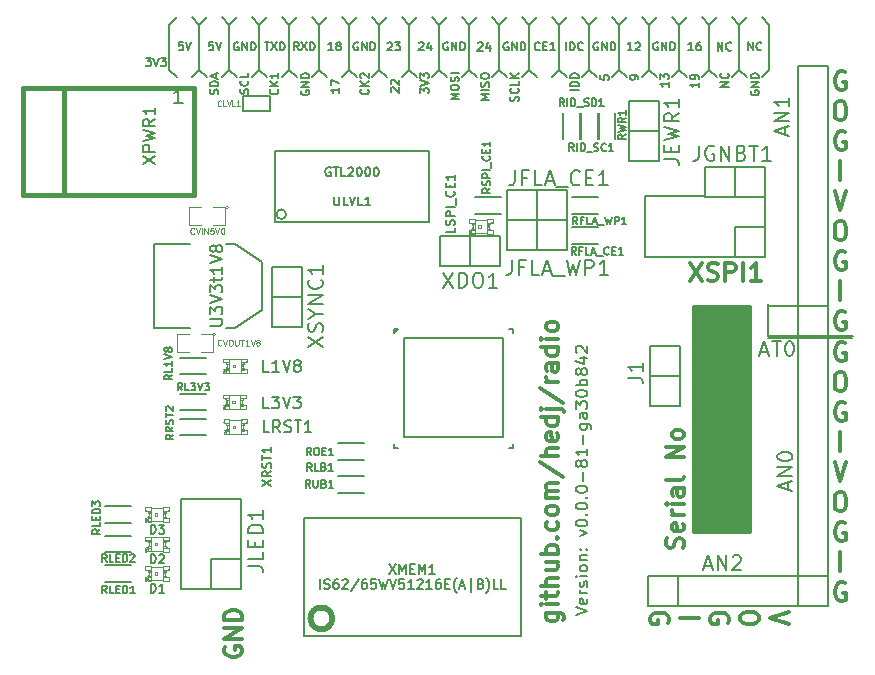
<source format=gto>
G04 #@! TF.FileFunction,Legend,Top*
%FSLAX46Y46*%
G04 Gerber Fmt 4.6, Leading zero omitted, Abs format (unit mm)*
G04 Created by KiCad (PCBNEW 0.201506030104+5696~23~ubuntu14.04.1-product) date Sat 06 Jun 2015 13:04:04 AEST*
%MOMM*%
G01*
G04 APERTURE LIST*
%ADD10C,0.100000*%
%ADD11C,0.300000*%
%ADD12C,0.200000*%
%ADD13C,0.187500*%
%ADD14C,0.160000*%
%ADD15C,0.152400*%
%ADD16C,0.508000*%
%ADD17C,0.203200*%
%ADD18C,0.066040*%
%ADD19C,0.101600*%
%ADD20C,0.050800*%
%ADD21C,0.150000*%
%ADD22C,0.127000*%
%ADD23C,0.099060*%
%ADD24C,0.381000*%
%ADD25C,0.190500*%
%ADD26C,0.149860*%
%ADD27C,0.114300*%
%ADD28C,0.109220*%
%ADD29C,0.254000*%
G04 APERTURE END LIST*
D10*
D11*
X28764800Y-71602457D02*
X28693371Y-71745314D01*
X28693371Y-71959600D01*
X28764800Y-72173885D01*
X28907657Y-72316743D01*
X29050514Y-72388171D01*
X29336229Y-72459600D01*
X29550514Y-72459600D01*
X29836229Y-72388171D01*
X29979086Y-72316743D01*
X30121943Y-72173885D01*
X30193371Y-71959600D01*
X30193371Y-71816743D01*
X30121943Y-71602457D01*
X30050514Y-71531028D01*
X29550514Y-71531028D01*
X29550514Y-71816743D01*
X30193371Y-70888171D02*
X28693371Y-70888171D01*
X30193371Y-70031028D01*
X28693371Y-70031028D01*
X30193371Y-69316742D02*
X28693371Y-69316742D01*
X28693371Y-68959599D01*
X28764800Y-68745314D01*
X28907657Y-68602456D01*
X29050514Y-68531028D01*
X29336229Y-68459599D01*
X29550514Y-68459599D01*
X29836229Y-68531028D01*
X29979086Y-68602456D01*
X30121943Y-68745314D01*
X30193371Y-68959599D01*
X30193371Y-69316742D01*
D12*
X72288400Y-22758400D02*
X72288400Y-18846800D01*
X69748400Y-22758400D02*
X69748400Y-18846800D01*
X67208400Y-22758400D02*
X67208400Y-18846800D01*
X64668400Y-22758400D02*
X64668400Y-18846800D01*
X62128400Y-22758400D02*
X62128400Y-18846800D01*
X59588400Y-22758400D02*
X59588400Y-18846800D01*
X57048400Y-22758400D02*
X57048400Y-18846800D01*
X54508400Y-22758400D02*
X54508400Y-18846800D01*
X51968400Y-22758400D02*
X51968400Y-18846800D01*
X49428400Y-22758400D02*
X49428400Y-18846800D01*
X46888400Y-22758400D02*
X46888400Y-18846800D01*
X44348400Y-22758400D02*
X44348400Y-18846800D01*
X41808400Y-22758400D02*
X41808400Y-18846800D01*
X39268400Y-22758400D02*
X39268400Y-18846800D01*
X36728400Y-22758400D02*
X36728400Y-18846800D01*
X34188400Y-22758400D02*
X34188400Y-18846800D01*
X31648400Y-22758400D02*
X31648400Y-18846800D01*
X29108400Y-22758400D02*
X29108400Y-18846800D01*
X26568400Y-22758400D02*
X26568400Y-18846800D01*
D13*
X58431181Y-68907181D02*
X59431181Y-68573848D01*
X58431181Y-68240514D01*
X59383562Y-67526228D02*
X59431181Y-67621466D01*
X59431181Y-67811943D01*
X59383562Y-67907181D01*
X59288324Y-67954800D01*
X58907371Y-67954800D01*
X58812133Y-67907181D01*
X58764514Y-67811943D01*
X58764514Y-67621466D01*
X58812133Y-67526228D01*
X58907371Y-67478609D01*
X59002610Y-67478609D01*
X59097848Y-67954800D01*
X59431181Y-67050038D02*
X58764514Y-67050038D01*
X58954990Y-67050038D02*
X58859752Y-67002419D01*
X58812133Y-66954800D01*
X58764514Y-66859562D01*
X58764514Y-66764323D01*
X59383562Y-66478609D02*
X59431181Y-66383371D01*
X59431181Y-66192895D01*
X59383562Y-66097656D01*
X59288324Y-66050037D01*
X59240705Y-66050037D01*
X59145467Y-66097656D01*
X59097848Y-66192895D01*
X59097848Y-66335752D01*
X59050229Y-66430990D01*
X58954990Y-66478609D01*
X58907371Y-66478609D01*
X58812133Y-66430990D01*
X58764514Y-66335752D01*
X58764514Y-66192895D01*
X58812133Y-66097656D01*
X59431181Y-65621466D02*
X58764514Y-65621466D01*
X58431181Y-65621466D02*
X58478800Y-65669085D01*
X58526419Y-65621466D01*
X58478800Y-65573847D01*
X58431181Y-65621466D01*
X58526419Y-65621466D01*
X59431181Y-65002419D02*
X59383562Y-65097657D01*
X59335943Y-65145276D01*
X59240705Y-65192895D01*
X58954990Y-65192895D01*
X58859752Y-65145276D01*
X58812133Y-65097657D01*
X58764514Y-65002419D01*
X58764514Y-64859561D01*
X58812133Y-64764323D01*
X58859752Y-64716704D01*
X58954990Y-64669085D01*
X59240705Y-64669085D01*
X59335943Y-64716704D01*
X59383562Y-64764323D01*
X59431181Y-64859561D01*
X59431181Y-65002419D01*
X58764514Y-64240514D02*
X59431181Y-64240514D01*
X58859752Y-64240514D02*
X58812133Y-64192895D01*
X58764514Y-64097657D01*
X58764514Y-63954799D01*
X58812133Y-63859561D01*
X58907371Y-63811942D01*
X59431181Y-63811942D01*
X59335943Y-63335752D02*
X59383562Y-63288133D01*
X59431181Y-63335752D01*
X59383562Y-63383371D01*
X59335943Y-63335752D01*
X59431181Y-63335752D01*
X58812133Y-63335752D02*
X58859752Y-63288133D01*
X58907371Y-63335752D01*
X58859752Y-63383371D01*
X58812133Y-63335752D01*
X58907371Y-63335752D01*
X58764514Y-62192895D02*
X59431181Y-61954800D01*
X58764514Y-61716704D01*
X58431181Y-61145276D02*
X58431181Y-61050037D01*
X58478800Y-60954799D01*
X58526419Y-60907180D01*
X58621657Y-60859561D01*
X58812133Y-60811942D01*
X59050229Y-60811942D01*
X59240705Y-60859561D01*
X59335943Y-60907180D01*
X59383562Y-60954799D01*
X59431181Y-61050037D01*
X59431181Y-61145276D01*
X59383562Y-61240514D01*
X59335943Y-61288133D01*
X59240705Y-61335752D01*
X59050229Y-61383371D01*
X58812133Y-61383371D01*
X58621657Y-61335752D01*
X58526419Y-61288133D01*
X58478800Y-61240514D01*
X58431181Y-61145276D01*
X59335943Y-60383371D02*
X59383562Y-60335752D01*
X59431181Y-60383371D01*
X59383562Y-60430990D01*
X59335943Y-60383371D01*
X59431181Y-60383371D01*
X58431181Y-59716705D02*
X58431181Y-59621466D01*
X58478800Y-59526228D01*
X58526419Y-59478609D01*
X58621657Y-59430990D01*
X58812133Y-59383371D01*
X59050229Y-59383371D01*
X59240705Y-59430990D01*
X59335943Y-59478609D01*
X59383562Y-59526228D01*
X59431181Y-59621466D01*
X59431181Y-59716705D01*
X59383562Y-59811943D01*
X59335943Y-59859562D01*
X59240705Y-59907181D01*
X59050229Y-59954800D01*
X58812133Y-59954800D01*
X58621657Y-59907181D01*
X58526419Y-59859562D01*
X58478800Y-59811943D01*
X58431181Y-59716705D01*
X59335943Y-58954800D02*
X59383562Y-58907181D01*
X59431181Y-58954800D01*
X59383562Y-59002419D01*
X59335943Y-58954800D01*
X59431181Y-58954800D01*
X58431181Y-58288134D02*
X58431181Y-58192895D01*
X58478800Y-58097657D01*
X58526419Y-58050038D01*
X58621657Y-58002419D01*
X58812133Y-57954800D01*
X59050229Y-57954800D01*
X59240705Y-58002419D01*
X59335943Y-58050038D01*
X59383562Y-58097657D01*
X59431181Y-58192895D01*
X59431181Y-58288134D01*
X59383562Y-58383372D01*
X59335943Y-58430991D01*
X59240705Y-58478610D01*
X59050229Y-58526229D01*
X58812133Y-58526229D01*
X58621657Y-58478610D01*
X58526419Y-58430991D01*
X58478800Y-58383372D01*
X58431181Y-58288134D01*
X59050229Y-57526229D02*
X59050229Y-56764324D01*
X58859752Y-56145277D02*
X58812133Y-56240515D01*
X58764514Y-56288134D01*
X58669276Y-56335753D01*
X58621657Y-56335753D01*
X58526419Y-56288134D01*
X58478800Y-56240515D01*
X58431181Y-56145277D01*
X58431181Y-55954800D01*
X58478800Y-55859562D01*
X58526419Y-55811943D01*
X58621657Y-55764324D01*
X58669276Y-55764324D01*
X58764514Y-55811943D01*
X58812133Y-55859562D01*
X58859752Y-55954800D01*
X58859752Y-56145277D01*
X58907371Y-56240515D01*
X58954990Y-56288134D01*
X59050229Y-56335753D01*
X59240705Y-56335753D01*
X59335943Y-56288134D01*
X59383562Y-56240515D01*
X59431181Y-56145277D01*
X59431181Y-55954800D01*
X59383562Y-55859562D01*
X59335943Y-55811943D01*
X59240705Y-55764324D01*
X59050229Y-55764324D01*
X58954990Y-55811943D01*
X58907371Y-55859562D01*
X58859752Y-55954800D01*
X59431181Y-54811943D02*
X59431181Y-55383372D01*
X59431181Y-55097658D02*
X58431181Y-55097658D01*
X58574038Y-55192896D01*
X58669276Y-55288134D01*
X58716895Y-55383372D01*
X59050229Y-54383372D02*
X59050229Y-53621467D01*
X58764514Y-52716705D02*
X59574038Y-52716705D01*
X59669276Y-52764324D01*
X59716895Y-52811943D01*
X59764514Y-52907182D01*
X59764514Y-53050039D01*
X59716895Y-53145277D01*
X59383562Y-52716705D02*
X59431181Y-52811943D01*
X59431181Y-53002420D01*
X59383562Y-53097658D01*
X59335943Y-53145277D01*
X59240705Y-53192896D01*
X58954990Y-53192896D01*
X58859752Y-53145277D01*
X58812133Y-53097658D01*
X58764514Y-53002420D01*
X58764514Y-52811943D01*
X58812133Y-52716705D01*
X59431181Y-51811943D02*
X58907371Y-51811943D01*
X58812133Y-51859562D01*
X58764514Y-51954800D01*
X58764514Y-52145277D01*
X58812133Y-52240515D01*
X59383562Y-51811943D02*
X59431181Y-51907181D01*
X59431181Y-52145277D01*
X59383562Y-52240515D01*
X59288324Y-52288134D01*
X59193086Y-52288134D01*
X59097848Y-52240515D01*
X59050229Y-52145277D01*
X59050229Y-51907181D01*
X59002610Y-51811943D01*
X58431181Y-51430991D02*
X58431181Y-50811943D01*
X58812133Y-51145277D01*
X58812133Y-51002419D01*
X58859752Y-50907181D01*
X58907371Y-50859562D01*
X59002610Y-50811943D01*
X59240705Y-50811943D01*
X59335943Y-50859562D01*
X59383562Y-50907181D01*
X59431181Y-51002419D01*
X59431181Y-51288134D01*
X59383562Y-51383372D01*
X59335943Y-51430991D01*
X58431181Y-50192896D02*
X58431181Y-50097657D01*
X58478800Y-50002419D01*
X58526419Y-49954800D01*
X58621657Y-49907181D01*
X58812133Y-49859562D01*
X59050229Y-49859562D01*
X59240705Y-49907181D01*
X59335943Y-49954800D01*
X59383562Y-50002419D01*
X59431181Y-50097657D01*
X59431181Y-50192896D01*
X59383562Y-50288134D01*
X59335943Y-50335753D01*
X59240705Y-50383372D01*
X59050229Y-50430991D01*
X58812133Y-50430991D01*
X58621657Y-50383372D01*
X58526419Y-50335753D01*
X58478800Y-50288134D01*
X58431181Y-50192896D01*
X59431181Y-49430991D02*
X58431181Y-49430991D01*
X58812133Y-49430991D02*
X58764514Y-49335753D01*
X58764514Y-49145276D01*
X58812133Y-49050038D01*
X58859752Y-49002419D01*
X58954990Y-48954800D01*
X59240705Y-48954800D01*
X59335943Y-49002419D01*
X59383562Y-49050038D01*
X59431181Y-49145276D01*
X59431181Y-49335753D01*
X59383562Y-49430991D01*
X58859752Y-48383372D02*
X58812133Y-48478610D01*
X58764514Y-48526229D01*
X58669276Y-48573848D01*
X58621657Y-48573848D01*
X58526419Y-48526229D01*
X58478800Y-48478610D01*
X58431181Y-48383372D01*
X58431181Y-48192895D01*
X58478800Y-48097657D01*
X58526419Y-48050038D01*
X58621657Y-48002419D01*
X58669276Y-48002419D01*
X58764514Y-48050038D01*
X58812133Y-48097657D01*
X58859752Y-48192895D01*
X58859752Y-48383372D01*
X58907371Y-48478610D01*
X58954990Y-48526229D01*
X59050229Y-48573848D01*
X59240705Y-48573848D01*
X59335943Y-48526229D01*
X59383562Y-48478610D01*
X59431181Y-48383372D01*
X59431181Y-48192895D01*
X59383562Y-48097657D01*
X59335943Y-48050038D01*
X59240705Y-48002419D01*
X59050229Y-48002419D01*
X58954990Y-48050038D01*
X58907371Y-48097657D01*
X58859752Y-48192895D01*
X58764514Y-47145276D02*
X59431181Y-47145276D01*
X58383562Y-47383372D02*
X59097848Y-47621467D01*
X59097848Y-47002419D01*
X58526419Y-46669086D02*
X58478800Y-46621467D01*
X58431181Y-46526229D01*
X58431181Y-46288133D01*
X58478800Y-46192895D01*
X58526419Y-46145276D01*
X58621657Y-46097657D01*
X58716895Y-46097657D01*
X58859752Y-46145276D01*
X59431181Y-46716705D01*
X59431181Y-46097657D01*
D11*
X67510743Y-63216800D02*
X67582171Y-63002514D01*
X67582171Y-62645371D01*
X67510743Y-62502514D01*
X67439314Y-62431085D01*
X67296457Y-62359657D01*
X67153600Y-62359657D01*
X67010743Y-62431085D01*
X66939314Y-62502514D01*
X66867886Y-62645371D01*
X66796457Y-62931085D01*
X66725029Y-63073943D01*
X66653600Y-63145371D01*
X66510743Y-63216800D01*
X66367886Y-63216800D01*
X66225029Y-63145371D01*
X66153600Y-63073943D01*
X66082171Y-62931085D01*
X66082171Y-62573943D01*
X66153600Y-62359657D01*
X67510743Y-61145372D02*
X67582171Y-61288229D01*
X67582171Y-61573943D01*
X67510743Y-61716800D01*
X67367886Y-61788229D01*
X66796457Y-61788229D01*
X66653600Y-61716800D01*
X66582171Y-61573943D01*
X66582171Y-61288229D01*
X66653600Y-61145372D01*
X66796457Y-61073943D01*
X66939314Y-61073943D01*
X67082171Y-61788229D01*
X67582171Y-60431086D02*
X66582171Y-60431086D01*
X66867886Y-60431086D02*
X66725029Y-60359658D01*
X66653600Y-60288229D01*
X66582171Y-60145372D01*
X66582171Y-60002515D01*
X67582171Y-59502515D02*
X66582171Y-59502515D01*
X66082171Y-59502515D02*
X66153600Y-59573944D01*
X66225029Y-59502515D01*
X66153600Y-59431087D01*
X66082171Y-59502515D01*
X66225029Y-59502515D01*
X67582171Y-58145372D02*
X66796457Y-58145372D01*
X66653600Y-58216801D01*
X66582171Y-58359658D01*
X66582171Y-58645372D01*
X66653600Y-58788229D01*
X67510743Y-58145372D02*
X67582171Y-58288229D01*
X67582171Y-58645372D01*
X67510743Y-58788229D01*
X67367886Y-58859658D01*
X67225029Y-58859658D01*
X67082171Y-58788229D01*
X67010743Y-58645372D01*
X67010743Y-58288229D01*
X66939314Y-58145372D01*
X67582171Y-57216800D02*
X67510743Y-57359658D01*
X67367886Y-57431086D01*
X66082171Y-57431086D01*
X67582171Y-55502515D02*
X66082171Y-55502515D01*
X67582171Y-54645372D01*
X66082171Y-54645372D01*
X67582171Y-53716800D02*
X67510743Y-53859658D01*
X67439314Y-53931086D01*
X67296457Y-54002515D01*
X66867886Y-54002515D01*
X66725029Y-53931086D01*
X66653600Y-53859658D01*
X66582171Y-53716800D01*
X66582171Y-53502515D01*
X66653600Y-53359658D01*
X66725029Y-53288229D01*
X66867886Y-53216800D01*
X67296457Y-53216800D01*
X67439314Y-53288229D01*
X67510743Y-53359658D01*
X67582171Y-53502515D01*
X67582171Y-53716800D01*
X55964971Y-68707887D02*
X57179257Y-68707887D01*
X57322114Y-68779316D01*
X57393543Y-68850744D01*
X57464971Y-68993601D01*
X57464971Y-69207887D01*
X57393543Y-69350744D01*
X56893543Y-68707887D02*
X56964971Y-68850744D01*
X56964971Y-69136458D01*
X56893543Y-69279316D01*
X56822114Y-69350744D01*
X56679257Y-69422173D01*
X56250686Y-69422173D01*
X56107829Y-69350744D01*
X56036400Y-69279316D01*
X55964971Y-69136458D01*
X55964971Y-68850744D01*
X56036400Y-68707887D01*
X56964971Y-67993601D02*
X55964971Y-67993601D01*
X55464971Y-67993601D02*
X55536400Y-68065030D01*
X55607829Y-67993601D01*
X55536400Y-67922173D01*
X55464971Y-67993601D01*
X55607829Y-67993601D01*
X55964971Y-67493601D02*
X55964971Y-66922172D01*
X55464971Y-67279315D02*
X56750686Y-67279315D01*
X56893543Y-67207887D01*
X56964971Y-67065029D01*
X56964971Y-66922172D01*
X56964971Y-66422172D02*
X55464971Y-66422172D01*
X56964971Y-65779315D02*
X56179257Y-65779315D01*
X56036400Y-65850744D01*
X55964971Y-65993601D01*
X55964971Y-66207886D01*
X56036400Y-66350744D01*
X56107829Y-66422172D01*
X55964971Y-64422172D02*
X56964971Y-64422172D01*
X55964971Y-65065029D02*
X56750686Y-65065029D01*
X56893543Y-64993601D01*
X56964971Y-64850743D01*
X56964971Y-64636458D01*
X56893543Y-64493601D01*
X56822114Y-64422172D01*
X56964971Y-63707886D02*
X55464971Y-63707886D01*
X56036400Y-63707886D02*
X55964971Y-63565029D01*
X55964971Y-63279315D01*
X56036400Y-63136458D01*
X56107829Y-63065029D01*
X56250686Y-62993600D01*
X56679257Y-62993600D01*
X56822114Y-63065029D01*
X56893543Y-63136458D01*
X56964971Y-63279315D01*
X56964971Y-63565029D01*
X56893543Y-63707886D01*
X56822114Y-62350743D02*
X56893543Y-62279315D01*
X56964971Y-62350743D01*
X56893543Y-62422172D01*
X56822114Y-62350743D01*
X56964971Y-62350743D01*
X56893543Y-60993600D02*
X56964971Y-61136457D01*
X56964971Y-61422171D01*
X56893543Y-61565029D01*
X56822114Y-61636457D01*
X56679257Y-61707886D01*
X56250686Y-61707886D01*
X56107829Y-61636457D01*
X56036400Y-61565029D01*
X55964971Y-61422171D01*
X55964971Y-61136457D01*
X56036400Y-60993600D01*
X56964971Y-60136457D02*
X56893543Y-60279315D01*
X56822114Y-60350743D01*
X56679257Y-60422172D01*
X56250686Y-60422172D01*
X56107829Y-60350743D01*
X56036400Y-60279315D01*
X55964971Y-60136457D01*
X55964971Y-59922172D01*
X56036400Y-59779315D01*
X56107829Y-59707886D01*
X56250686Y-59636457D01*
X56679257Y-59636457D01*
X56822114Y-59707886D01*
X56893543Y-59779315D01*
X56964971Y-59922172D01*
X56964971Y-60136457D01*
X56964971Y-58993600D02*
X55964971Y-58993600D01*
X56107829Y-58993600D02*
X56036400Y-58922172D01*
X55964971Y-58779314D01*
X55964971Y-58565029D01*
X56036400Y-58422172D01*
X56179257Y-58350743D01*
X56964971Y-58350743D01*
X56179257Y-58350743D02*
X56036400Y-58279314D01*
X55964971Y-58136457D01*
X55964971Y-57922172D01*
X56036400Y-57779314D01*
X56179257Y-57707886D01*
X56964971Y-57707886D01*
X55393543Y-55922172D02*
X57322114Y-57207886D01*
X56964971Y-55422171D02*
X55464971Y-55422171D01*
X56964971Y-54779314D02*
X56179257Y-54779314D01*
X56036400Y-54850743D01*
X55964971Y-54993600D01*
X55964971Y-55207885D01*
X56036400Y-55350743D01*
X56107829Y-55422171D01*
X56893543Y-53493600D02*
X56964971Y-53636457D01*
X56964971Y-53922171D01*
X56893543Y-54065028D01*
X56750686Y-54136457D01*
X56179257Y-54136457D01*
X56036400Y-54065028D01*
X55964971Y-53922171D01*
X55964971Y-53636457D01*
X56036400Y-53493600D01*
X56179257Y-53422171D01*
X56322114Y-53422171D01*
X56464971Y-54136457D01*
X56964971Y-52136457D02*
X55464971Y-52136457D01*
X56893543Y-52136457D02*
X56964971Y-52279314D01*
X56964971Y-52565028D01*
X56893543Y-52707886D01*
X56822114Y-52779314D01*
X56679257Y-52850743D01*
X56250686Y-52850743D01*
X56107829Y-52779314D01*
X56036400Y-52707886D01*
X55964971Y-52565028D01*
X55964971Y-52279314D01*
X56036400Y-52136457D01*
X55964971Y-51422171D02*
X57250686Y-51422171D01*
X57393543Y-51493600D01*
X57464971Y-51636457D01*
X57464971Y-51707885D01*
X55464971Y-51422171D02*
X55536400Y-51493600D01*
X55607829Y-51422171D01*
X55536400Y-51350743D01*
X55464971Y-51422171D01*
X55607829Y-51422171D01*
X55393543Y-49636457D02*
X57322114Y-50922171D01*
X56964971Y-49136456D02*
X55964971Y-49136456D01*
X56250686Y-49136456D02*
X56107829Y-49065028D01*
X56036400Y-48993599D01*
X55964971Y-48850742D01*
X55964971Y-48707885D01*
X56964971Y-47565028D02*
X56179257Y-47565028D01*
X56036400Y-47636457D01*
X55964971Y-47779314D01*
X55964971Y-48065028D01*
X56036400Y-48207885D01*
X56893543Y-47565028D02*
X56964971Y-47707885D01*
X56964971Y-48065028D01*
X56893543Y-48207885D01*
X56750686Y-48279314D01*
X56607829Y-48279314D01*
X56464971Y-48207885D01*
X56393543Y-48065028D01*
X56393543Y-47707885D01*
X56322114Y-47565028D01*
X56964971Y-46207885D02*
X55464971Y-46207885D01*
X56893543Y-46207885D02*
X56964971Y-46350742D01*
X56964971Y-46636456D01*
X56893543Y-46779314D01*
X56822114Y-46850742D01*
X56679257Y-46922171D01*
X56250686Y-46922171D01*
X56107829Y-46850742D01*
X56036400Y-46779314D01*
X55964971Y-46636456D01*
X55964971Y-46350742D01*
X56036400Y-46207885D01*
X56964971Y-45493599D02*
X55964971Y-45493599D01*
X55464971Y-45493599D02*
X55536400Y-45565028D01*
X55607829Y-45493599D01*
X55536400Y-45422171D01*
X55464971Y-45493599D01*
X55607829Y-45493599D01*
X56964971Y-44565027D02*
X56893543Y-44707885D01*
X56822114Y-44779313D01*
X56679257Y-44850742D01*
X56250686Y-44850742D01*
X56107829Y-44779313D01*
X56036400Y-44707885D01*
X55964971Y-44565027D01*
X55964971Y-44350742D01*
X56036400Y-44207885D01*
X56107829Y-44136456D01*
X56250686Y-44065027D01*
X56679257Y-44065027D01*
X56822114Y-44136456D01*
X56893543Y-44207885D01*
X56964971Y-44350742D01*
X56964971Y-44565027D01*
D14*
X66305867Y-23755334D02*
X66305867Y-24155334D01*
X66305867Y-23955334D02*
X65605867Y-23955334D01*
X65705867Y-24022000D01*
X65772533Y-24088667D01*
X65805867Y-24155334D01*
X65605867Y-23522000D02*
X65605867Y-23088667D01*
X65872533Y-23322000D01*
X65872533Y-23222000D01*
X65905867Y-23155333D01*
X65939200Y-23122000D01*
X66005867Y-23088667D01*
X66172533Y-23088667D01*
X66239200Y-23122000D01*
X66272533Y-23155333D01*
X66305867Y-23222000D01*
X66305867Y-23422000D01*
X66272533Y-23488667D01*
X66239200Y-23522000D01*
X68845867Y-23806134D02*
X68845867Y-24206134D01*
X68845867Y-24006134D02*
X68145867Y-24006134D01*
X68245867Y-24072800D01*
X68312533Y-24139467D01*
X68345867Y-24206134D01*
X68845867Y-23472800D02*
X68845867Y-23339467D01*
X68812533Y-23272800D01*
X68779200Y-23239467D01*
X68679200Y-23172800D01*
X68545867Y-23139467D01*
X68279200Y-23139467D01*
X68212533Y-23172800D01*
X68179200Y-23206133D01*
X68145867Y-23272800D01*
X68145867Y-23406133D01*
X68179200Y-23472800D01*
X68212533Y-23506133D01*
X68279200Y-23539467D01*
X68445867Y-23539467D01*
X68512533Y-23506133D01*
X68545867Y-23472800D01*
X68579200Y-23406133D01*
X68579200Y-23272800D01*
X68545867Y-23206133D01*
X68512533Y-23172800D01*
X68445867Y-23139467D01*
X68386666Y-21086667D02*
X67986666Y-21086667D01*
X68186666Y-21086667D02*
X68186666Y-20386667D01*
X68120000Y-20486667D01*
X68053333Y-20553333D01*
X67986666Y-20586667D01*
X68986667Y-20386667D02*
X68853333Y-20386667D01*
X68786667Y-20420000D01*
X68753333Y-20453333D01*
X68686667Y-20553333D01*
X68653333Y-20686667D01*
X68653333Y-20953333D01*
X68686667Y-21020000D01*
X68720000Y-21053333D01*
X68786667Y-21086667D01*
X68920000Y-21086667D01*
X68986667Y-21053333D01*
X69020000Y-21020000D01*
X69053333Y-20953333D01*
X69053333Y-20786667D01*
X69020000Y-20720000D01*
X68986667Y-20686667D01*
X68920000Y-20653333D01*
X68786667Y-20653333D01*
X68720000Y-20686667D01*
X68686667Y-20720000D01*
X68653333Y-20786667D01*
X63226666Y-21086667D02*
X62826666Y-21086667D01*
X63026666Y-21086667D02*
X63026666Y-20386667D01*
X62960000Y-20486667D01*
X62893333Y-20553333D01*
X62826666Y-20586667D01*
X63493333Y-20453333D02*
X63526667Y-20420000D01*
X63593333Y-20386667D01*
X63760000Y-20386667D01*
X63826667Y-20420000D01*
X63860000Y-20453333D01*
X63893333Y-20520000D01*
X63893333Y-20586667D01*
X63860000Y-20686667D01*
X63460000Y-21086667D01*
X63893333Y-21086667D01*
X63730933Y-23501334D02*
X63730933Y-23368000D01*
X63697600Y-23301334D01*
X63664267Y-23268000D01*
X63564267Y-23201334D01*
X63430933Y-23168000D01*
X63164267Y-23168000D01*
X63097600Y-23201334D01*
X63064267Y-23234667D01*
X63030933Y-23301334D01*
X63030933Y-23434667D01*
X63064267Y-23501334D01*
X63097600Y-23534667D01*
X63164267Y-23568000D01*
X63330933Y-23568000D01*
X63397600Y-23534667D01*
X63430933Y-23501334D01*
X63464267Y-23434667D01*
X63464267Y-23301334D01*
X63430933Y-23234667D01*
X63397600Y-23201334D01*
X63330933Y-23168000D01*
X60525867Y-23201333D02*
X60525867Y-23534666D01*
X60859200Y-23568000D01*
X60825867Y-23534666D01*
X60792533Y-23468000D01*
X60792533Y-23301333D01*
X60825867Y-23234666D01*
X60859200Y-23201333D01*
X60925867Y-23168000D01*
X61092533Y-23168000D01*
X61159200Y-23201333D01*
X61192533Y-23234666D01*
X61225867Y-23301333D01*
X61225867Y-23468000D01*
X61192533Y-23534666D01*
X61159200Y-23568000D01*
X55386667Y-21020000D02*
X55353333Y-21053333D01*
X55253333Y-21086667D01*
X55186667Y-21086667D01*
X55086667Y-21053333D01*
X55020000Y-20986667D01*
X54986667Y-20920000D01*
X54953333Y-20786667D01*
X54953333Y-20686667D01*
X54986667Y-20553333D01*
X55020000Y-20486667D01*
X55086667Y-20420000D01*
X55186667Y-20386667D01*
X55253333Y-20386667D01*
X55353333Y-20420000D01*
X55386667Y-20453333D01*
X55686667Y-20720000D02*
X55920000Y-20720000D01*
X56020000Y-21086667D02*
X55686667Y-21086667D01*
X55686667Y-20386667D01*
X56020000Y-20386667D01*
X56686666Y-21086667D02*
X56286666Y-21086667D01*
X56486666Y-21086667D02*
X56486666Y-20386667D01*
X56420000Y-20486667D01*
X56353333Y-20553333D01*
X56286666Y-20586667D01*
X48546667Y-25219999D02*
X47846667Y-25219999D01*
X48346667Y-24986666D01*
X47846667Y-24753333D01*
X48546667Y-24753333D01*
X47846667Y-24286666D02*
X47846667Y-24153333D01*
X47880000Y-24086666D01*
X47946667Y-24019999D01*
X48080000Y-23986666D01*
X48313333Y-23986666D01*
X48446667Y-24019999D01*
X48513333Y-24086666D01*
X48546667Y-24153333D01*
X48546667Y-24286666D01*
X48513333Y-24353333D01*
X48446667Y-24419999D01*
X48313333Y-24453333D01*
X48080000Y-24453333D01*
X47946667Y-24419999D01*
X47880000Y-24353333D01*
X47846667Y-24286666D01*
X48513333Y-23720000D02*
X48546667Y-23620000D01*
X48546667Y-23453333D01*
X48513333Y-23386666D01*
X48480000Y-23353333D01*
X48413333Y-23320000D01*
X48346667Y-23320000D01*
X48280000Y-23353333D01*
X48246667Y-23386666D01*
X48213333Y-23453333D01*
X48180000Y-23586666D01*
X48146667Y-23653333D01*
X48113333Y-23686666D01*
X48046667Y-23720000D01*
X47980000Y-23720000D01*
X47913333Y-23686666D01*
X47880000Y-23653333D01*
X47846667Y-23586666D01*
X47846667Y-23420000D01*
X47880000Y-23320000D01*
X48546667Y-23019999D02*
X47846667Y-23019999D01*
X51106667Y-25249999D02*
X50406667Y-25249999D01*
X50906667Y-25016666D01*
X50406667Y-24783333D01*
X51106667Y-24783333D01*
X51106667Y-24449999D02*
X50406667Y-24449999D01*
X51073333Y-24150000D02*
X51106667Y-24050000D01*
X51106667Y-23883333D01*
X51073333Y-23816666D01*
X51040000Y-23783333D01*
X50973333Y-23750000D01*
X50906667Y-23750000D01*
X50840000Y-23783333D01*
X50806667Y-23816666D01*
X50773333Y-23883333D01*
X50740000Y-24016666D01*
X50706667Y-24083333D01*
X50673333Y-24116666D01*
X50606667Y-24150000D01*
X50540000Y-24150000D01*
X50473333Y-24116666D01*
X50440000Y-24083333D01*
X50406667Y-24016666D01*
X50406667Y-23850000D01*
X50440000Y-23750000D01*
X50406667Y-23316666D02*
X50406667Y-23183333D01*
X50440000Y-23116666D01*
X50506667Y-23049999D01*
X50640000Y-23016666D01*
X50873333Y-23016666D01*
X51006667Y-23049999D01*
X51073333Y-23116666D01*
X51106667Y-23183333D01*
X51106667Y-23316666D01*
X51073333Y-23383333D01*
X51006667Y-23449999D01*
X50873333Y-23483333D01*
X50640000Y-23483333D01*
X50506667Y-23449999D01*
X50440000Y-23383333D01*
X50406667Y-23316666D01*
X53563333Y-25393334D02*
X53596667Y-25293334D01*
X53596667Y-25126667D01*
X53563333Y-25060000D01*
X53530000Y-25026667D01*
X53463333Y-24993334D01*
X53396667Y-24993334D01*
X53330000Y-25026667D01*
X53296667Y-25060000D01*
X53263333Y-25126667D01*
X53230000Y-25260000D01*
X53196667Y-25326667D01*
X53163333Y-25360000D01*
X53096667Y-25393334D01*
X53030000Y-25393334D01*
X52963333Y-25360000D01*
X52930000Y-25326667D01*
X52896667Y-25260000D01*
X52896667Y-25093334D01*
X52930000Y-24993334D01*
X53530000Y-24293333D02*
X53563333Y-24326667D01*
X53596667Y-24426667D01*
X53596667Y-24493333D01*
X53563333Y-24593333D01*
X53496667Y-24660000D01*
X53430000Y-24693333D01*
X53296667Y-24726667D01*
X53196667Y-24726667D01*
X53063333Y-24693333D01*
X52996667Y-24660000D01*
X52930000Y-24593333D01*
X52896667Y-24493333D01*
X52896667Y-24426667D01*
X52930000Y-24326667D01*
X52963333Y-24293333D01*
X53596667Y-23660000D02*
X53596667Y-23993333D01*
X52896667Y-23993333D01*
X53596667Y-23426666D02*
X52896667Y-23426666D01*
X53596667Y-23026666D02*
X53196667Y-23326666D01*
X52896667Y-23026666D02*
X53296667Y-23426666D01*
X50146666Y-20463333D02*
X50180000Y-20430000D01*
X50246666Y-20396667D01*
X50413333Y-20396667D01*
X50480000Y-20430000D01*
X50513333Y-20463333D01*
X50546666Y-20530000D01*
X50546666Y-20596667D01*
X50513333Y-20696667D01*
X50113333Y-21096667D01*
X50546666Y-21096667D01*
X51146667Y-20630000D02*
X51146667Y-21096667D01*
X50980000Y-20363333D02*
X50813333Y-20863333D01*
X51246667Y-20863333D01*
X45156666Y-20453333D02*
X45190000Y-20420000D01*
X45256666Y-20386667D01*
X45423333Y-20386667D01*
X45490000Y-20420000D01*
X45523333Y-20453333D01*
X45556666Y-20520000D01*
X45556666Y-20586667D01*
X45523333Y-20686667D01*
X45123333Y-21086667D01*
X45556666Y-21086667D01*
X46156667Y-20620000D02*
X46156667Y-21086667D01*
X45990000Y-20353333D02*
X45823333Y-20853333D01*
X46256667Y-20853333D01*
X42833333Y-24623334D02*
X42800000Y-24590000D01*
X42766667Y-24523334D01*
X42766667Y-24356667D01*
X42800000Y-24290000D01*
X42833333Y-24256667D01*
X42900000Y-24223334D01*
X42966667Y-24223334D01*
X43066667Y-24256667D01*
X43466667Y-24656667D01*
X43466667Y-24223334D01*
X42833333Y-23956667D02*
X42800000Y-23923333D01*
X42766667Y-23856667D01*
X42766667Y-23690000D01*
X42800000Y-23623333D01*
X42833333Y-23590000D01*
X42900000Y-23556667D01*
X42966667Y-23556667D01*
X43066667Y-23590000D01*
X43466667Y-23990000D01*
X43466667Y-23556667D01*
X42496666Y-20453333D02*
X42530000Y-20420000D01*
X42596666Y-20386667D01*
X42763333Y-20386667D01*
X42830000Y-20420000D01*
X42863333Y-20453333D01*
X42896666Y-20520000D01*
X42896666Y-20586667D01*
X42863333Y-20686667D01*
X42463333Y-21086667D01*
X42896666Y-21086667D01*
X43130000Y-20386667D02*
X43563333Y-20386667D01*
X43330000Y-20653333D01*
X43430000Y-20653333D01*
X43496667Y-20686667D01*
X43530000Y-20720000D01*
X43563333Y-20786667D01*
X43563333Y-20953333D01*
X43530000Y-21020000D01*
X43496667Y-21053333D01*
X43430000Y-21086667D01*
X43230000Y-21086667D01*
X43163333Y-21053333D01*
X43130000Y-21020000D01*
X38406667Y-24253334D02*
X38406667Y-24653334D01*
X38406667Y-24453334D02*
X37706667Y-24453334D01*
X37806667Y-24520000D01*
X37873333Y-24586667D01*
X37906667Y-24653334D01*
X37706667Y-24020000D02*
X37706667Y-23553333D01*
X38406667Y-23853333D01*
X37886666Y-21086667D02*
X37486666Y-21086667D01*
X37686666Y-21086667D02*
X37686666Y-20386667D01*
X37620000Y-20486667D01*
X37553333Y-20553333D01*
X37486666Y-20586667D01*
X38286667Y-20686667D02*
X38220000Y-20653333D01*
X38186667Y-20620000D01*
X38153333Y-20553333D01*
X38153333Y-20520000D01*
X38186667Y-20453333D01*
X38220000Y-20420000D01*
X38286667Y-20386667D01*
X38420000Y-20386667D01*
X38486667Y-20420000D01*
X38520000Y-20453333D01*
X38553333Y-20520000D01*
X38553333Y-20553333D01*
X38520000Y-20620000D01*
X38486667Y-20653333D01*
X38420000Y-20686667D01*
X38286667Y-20686667D01*
X38220000Y-20720000D01*
X38186667Y-20753333D01*
X38153333Y-20820000D01*
X38153333Y-20953333D01*
X38186667Y-21020000D01*
X38220000Y-21053333D01*
X38286667Y-21086667D01*
X38420000Y-21086667D01*
X38486667Y-21053333D01*
X38520000Y-21020000D01*
X38553333Y-20953333D01*
X38553333Y-20820000D01*
X38520000Y-20753333D01*
X38486667Y-20720000D01*
X38420000Y-20686667D01*
X40850000Y-24386666D02*
X40883333Y-24420000D01*
X40916667Y-24520000D01*
X40916667Y-24586666D01*
X40883333Y-24686666D01*
X40816667Y-24753333D01*
X40750000Y-24786666D01*
X40616667Y-24820000D01*
X40516667Y-24820000D01*
X40383333Y-24786666D01*
X40316667Y-24753333D01*
X40250000Y-24686666D01*
X40216667Y-24586666D01*
X40216667Y-24520000D01*
X40250000Y-24420000D01*
X40283333Y-24386666D01*
X40916667Y-24086666D02*
X40216667Y-24086666D01*
X40916667Y-23686666D02*
X40516667Y-23986666D01*
X40216667Y-23686666D02*
X40616667Y-24086666D01*
X40283333Y-23420000D02*
X40250000Y-23386666D01*
X40216667Y-23320000D01*
X40216667Y-23153333D01*
X40250000Y-23086666D01*
X40283333Y-23053333D01*
X40350000Y-23020000D01*
X40416667Y-23020000D01*
X40516667Y-23053333D01*
X40916667Y-23453333D01*
X40916667Y-23020000D01*
X52716667Y-20420000D02*
X52650001Y-20386667D01*
X52550001Y-20386667D01*
X52450001Y-20420000D01*
X52383334Y-20486667D01*
X52350001Y-20553333D01*
X52316667Y-20686667D01*
X52316667Y-20786667D01*
X52350001Y-20920000D01*
X52383334Y-20986667D01*
X52450001Y-21053333D01*
X52550001Y-21086667D01*
X52616667Y-21086667D01*
X52716667Y-21053333D01*
X52750001Y-21020000D01*
X52750001Y-20786667D01*
X52616667Y-20786667D01*
X53050001Y-21086667D02*
X53050001Y-20386667D01*
X53450001Y-21086667D01*
X53450001Y-20386667D01*
X53783334Y-21086667D02*
X53783334Y-20386667D01*
X53950000Y-20386667D01*
X54050000Y-20420000D01*
X54116667Y-20486667D01*
X54150000Y-20553333D01*
X54183334Y-20686667D01*
X54183334Y-20786667D01*
X54150000Y-20920000D01*
X54116667Y-20986667D01*
X54050000Y-21053333D01*
X53950000Y-21086667D01*
X53783334Y-21086667D01*
X58676667Y-24459999D02*
X57976667Y-24459999D01*
X58676667Y-24126666D02*
X57976667Y-24126666D01*
X57976667Y-23960000D01*
X58010000Y-23860000D01*
X58076667Y-23793333D01*
X58143333Y-23760000D01*
X58276667Y-23726666D01*
X58376667Y-23726666D01*
X58510000Y-23760000D01*
X58576667Y-23793333D01*
X58643333Y-23860000D01*
X58676667Y-23960000D01*
X58676667Y-24126666D01*
X58676667Y-23426666D02*
X57976667Y-23426666D01*
X57976667Y-23260000D01*
X58010000Y-23160000D01*
X58076667Y-23093333D01*
X58143333Y-23060000D01*
X58276667Y-23026666D01*
X58376667Y-23026666D01*
X58510000Y-23060000D01*
X58576667Y-23093333D01*
X58643333Y-23160000D01*
X58676667Y-23260000D01*
X58676667Y-23426666D01*
X57610001Y-21086667D02*
X57610001Y-20386667D01*
X57943334Y-21086667D02*
X57943334Y-20386667D01*
X58110000Y-20386667D01*
X58210000Y-20420000D01*
X58276667Y-20486667D01*
X58310000Y-20553333D01*
X58343334Y-20686667D01*
X58343334Y-20786667D01*
X58310000Y-20920000D01*
X58276667Y-20986667D01*
X58210000Y-21053333D01*
X58110000Y-21086667D01*
X57943334Y-21086667D01*
X59043334Y-21020000D02*
X59010000Y-21053333D01*
X58910000Y-21086667D01*
X58843334Y-21086667D01*
X58743334Y-21053333D01*
X58676667Y-20986667D01*
X58643334Y-20920000D01*
X58610000Y-20786667D01*
X58610000Y-20686667D01*
X58643334Y-20553333D01*
X58676667Y-20486667D01*
X58743334Y-20420000D01*
X58843334Y-20386667D01*
X58910000Y-20386667D01*
X59010000Y-20420000D01*
X59043334Y-20453333D01*
X45296667Y-24726667D02*
X45296667Y-24293334D01*
X45563333Y-24526667D01*
X45563333Y-24426667D01*
X45596667Y-24360000D01*
X45630000Y-24326667D01*
X45696667Y-24293334D01*
X45863333Y-24293334D01*
X45930000Y-24326667D01*
X45963333Y-24360000D01*
X45996667Y-24426667D01*
X45996667Y-24626667D01*
X45963333Y-24693334D01*
X45930000Y-24726667D01*
X45296667Y-24093333D02*
X45996667Y-23860000D01*
X45296667Y-23626667D01*
X45296667Y-23460000D02*
X45296667Y-23026667D01*
X45563333Y-23260000D01*
X45563333Y-23160000D01*
X45596667Y-23093333D01*
X45630000Y-23060000D01*
X45696667Y-23026667D01*
X45863333Y-23026667D01*
X45930000Y-23060000D01*
X45963333Y-23093333D01*
X45996667Y-23160000D01*
X45996667Y-23360000D01*
X45963333Y-23426667D01*
X45930000Y-23460000D01*
X73030001Y-21086667D02*
X73030001Y-20386667D01*
X73430001Y-21086667D01*
X73430001Y-20386667D01*
X74163334Y-21020000D02*
X74130000Y-21053333D01*
X74030000Y-21086667D01*
X73963334Y-21086667D01*
X73863334Y-21053333D01*
X73796667Y-20986667D01*
X73763334Y-20920000D01*
X73730000Y-20786667D01*
X73730000Y-20686667D01*
X73763334Y-20553333D01*
X73796667Y-20486667D01*
X73863334Y-20420000D01*
X73963334Y-20386667D01*
X74030000Y-20386667D01*
X74130000Y-20420000D01*
X74163334Y-20453333D01*
X70460001Y-21096667D02*
X70460001Y-20396667D01*
X70860001Y-21096667D01*
X70860001Y-20396667D01*
X71593334Y-21030000D02*
X71560000Y-21063333D01*
X71460000Y-21096667D01*
X71393334Y-21096667D01*
X71293334Y-21063333D01*
X71226667Y-20996667D01*
X71193334Y-20930000D01*
X71160000Y-20796667D01*
X71160000Y-20696667D01*
X71193334Y-20563333D01*
X71226667Y-20496667D01*
X71293334Y-20430000D01*
X71393334Y-20396667D01*
X71460000Y-20396667D01*
X71560000Y-20430000D01*
X71593334Y-20463333D01*
X71396667Y-24159999D02*
X70696667Y-24159999D01*
X71396667Y-23759999D01*
X70696667Y-23759999D01*
X71330000Y-23026666D02*
X71363333Y-23060000D01*
X71396667Y-23160000D01*
X71396667Y-23226666D01*
X71363333Y-23326666D01*
X71296667Y-23393333D01*
X71230000Y-23426666D01*
X71096667Y-23460000D01*
X70996667Y-23460000D01*
X70863333Y-23426666D01*
X70796667Y-23393333D01*
X70730000Y-23326666D01*
X70696667Y-23226666D01*
X70696667Y-23160000D01*
X70730000Y-23060000D01*
X70763333Y-23026666D01*
X73280000Y-24493333D02*
X73246667Y-24559999D01*
X73246667Y-24659999D01*
X73280000Y-24759999D01*
X73346667Y-24826666D01*
X73413333Y-24859999D01*
X73546667Y-24893333D01*
X73646667Y-24893333D01*
X73780000Y-24859999D01*
X73846667Y-24826666D01*
X73913333Y-24759999D01*
X73946667Y-24659999D01*
X73946667Y-24593333D01*
X73913333Y-24493333D01*
X73880000Y-24459999D01*
X73646667Y-24459999D01*
X73646667Y-24593333D01*
X73946667Y-24159999D02*
X73246667Y-24159999D01*
X73946667Y-23759999D01*
X73246667Y-23759999D01*
X73946667Y-23426666D02*
X73246667Y-23426666D01*
X73246667Y-23260000D01*
X73280000Y-23160000D01*
X73346667Y-23093333D01*
X73413333Y-23060000D01*
X73546667Y-23026666D01*
X73646667Y-23026666D01*
X73780000Y-23060000D01*
X73846667Y-23093333D01*
X73913333Y-23160000D01*
X73946667Y-23260000D01*
X73946667Y-23426666D01*
X65386667Y-20420000D02*
X65320001Y-20386667D01*
X65220001Y-20386667D01*
X65120001Y-20420000D01*
X65053334Y-20486667D01*
X65020001Y-20553333D01*
X64986667Y-20686667D01*
X64986667Y-20786667D01*
X65020001Y-20920000D01*
X65053334Y-20986667D01*
X65120001Y-21053333D01*
X65220001Y-21086667D01*
X65286667Y-21086667D01*
X65386667Y-21053333D01*
X65420001Y-21020000D01*
X65420001Y-20786667D01*
X65286667Y-20786667D01*
X65720001Y-21086667D02*
X65720001Y-20386667D01*
X66120001Y-21086667D01*
X66120001Y-20386667D01*
X66453334Y-21086667D02*
X66453334Y-20386667D01*
X66620000Y-20386667D01*
X66720000Y-20420000D01*
X66786667Y-20486667D01*
X66820000Y-20553333D01*
X66853334Y-20686667D01*
X66853334Y-20786667D01*
X66820000Y-20920000D01*
X66786667Y-20986667D01*
X66720000Y-21053333D01*
X66620000Y-21086667D01*
X66453334Y-21086667D01*
X60326667Y-20420000D02*
X60260001Y-20386667D01*
X60160001Y-20386667D01*
X60060001Y-20420000D01*
X59993334Y-20486667D01*
X59960001Y-20553333D01*
X59926667Y-20686667D01*
X59926667Y-20786667D01*
X59960001Y-20920000D01*
X59993334Y-20986667D01*
X60060001Y-21053333D01*
X60160001Y-21086667D01*
X60226667Y-21086667D01*
X60326667Y-21053333D01*
X60360001Y-21020000D01*
X60360001Y-20786667D01*
X60226667Y-20786667D01*
X60660001Y-21086667D02*
X60660001Y-20386667D01*
X61060001Y-21086667D01*
X61060001Y-20386667D01*
X61393334Y-21086667D02*
X61393334Y-20386667D01*
X61560000Y-20386667D01*
X61660000Y-20420000D01*
X61726667Y-20486667D01*
X61760000Y-20553333D01*
X61793334Y-20686667D01*
X61793334Y-20786667D01*
X61760000Y-20920000D01*
X61726667Y-20986667D01*
X61660000Y-21053333D01*
X61560000Y-21086667D01*
X61393334Y-21086667D01*
X47606667Y-20420000D02*
X47540001Y-20386667D01*
X47440001Y-20386667D01*
X47340001Y-20420000D01*
X47273334Y-20486667D01*
X47240001Y-20553333D01*
X47206667Y-20686667D01*
X47206667Y-20786667D01*
X47240001Y-20920000D01*
X47273334Y-20986667D01*
X47340001Y-21053333D01*
X47440001Y-21086667D01*
X47506667Y-21086667D01*
X47606667Y-21053333D01*
X47640001Y-21020000D01*
X47640001Y-20786667D01*
X47506667Y-20786667D01*
X47940001Y-21086667D02*
X47940001Y-20386667D01*
X48340001Y-21086667D01*
X48340001Y-20386667D01*
X48673334Y-21086667D02*
X48673334Y-20386667D01*
X48840000Y-20386667D01*
X48940000Y-20420000D01*
X49006667Y-20486667D01*
X49040000Y-20553333D01*
X49073334Y-20686667D01*
X49073334Y-20786667D01*
X49040000Y-20920000D01*
X49006667Y-20986667D01*
X48940000Y-21053333D01*
X48840000Y-21086667D01*
X48673334Y-21086667D01*
X39996667Y-20420000D02*
X39930001Y-20386667D01*
X39830001Y-20386667D01*
X39730001Y-20420000D01*
X39663334Y-20486667D01*
X39630001Y-20553333D01*
X39596667Y-20686667D01*
X39596667Y-20786667D01*
X39630001Y-20920000D01*
X39663334Y-20986667D01*
X39730001Y-21053333D01*
X39830001Y-21086667D01*
X39896667Y-21086667D01*
X39996667Y-21053333D01*
X40030001Y-21020000D01*
X40030001Y-20786667D01*
X39896667Y-20786667D01*
X40330001Y-21086667D02*
X40330001Y-20386667D01*
X40730001Y-21086667D01*
X40730001Y-20386667D01*
X41063334Y-21086667D02*
X41063334Y-20386667D01*
X41230000Y-20386667D01*
X41330000Y-20420000D01*
X41396667Y-20486667D01*
X41430000Y-20553333D01*
X41463334Y-20686667D01*
X41463334Y-20786667D01*
X41430000Y-20920000D01*
X41396667Y-20986667D01*
X41330000Y-21053333D01*
X41230000Y-21086667D01*
X41063334Y-21086667D01*
X35200000Y-24483333D02*
X35166667Y-24549999D01*
X35166667Y-24649999D01*
X35200000Y-24749999D01*
X35266667Y-24816666D01*
X35333333Y-24849999D01*
X35466667Y-24883333D01*
X35566667Y-24883333D01*
X35700000Y-24849999D01*
X35766667Y-24816666D01*
X35833333Y-24749999D01*
X35866667Y-24649999D01*
X35866667Y-24583333D01*
X35833333Y-24483333D01*
X35800000Y-24449999D01*
X35566667Y-24449999D01*
X35566667Y-24583333D01*
X35866667Y-24149999D02*
X35166667Y-24149999D01*
X35866667Y-23749999D01*
X35166667Y-23749999D01*
X35866667Y-23416666D02*
X35166667Y-23416666D01*
X35166667Y-23250000D01*
X35200000Y-23150000D01*
X35266667Y-23083333D01*
X35333333Y-23050000D01*
X35466667Y-23016666D01*
X35566667Y-23016666D01*
X35700000Y-23050000D01*
X35766667Y-23083333D01*
X35833333Y-23150000D01*
X35866667Y-23250000D01*
X35866667Y-23416666D01*
X33190000Y-24386666D02*
X33223333Y-24420000D01*
X33256667Y-24520000D01*
X33256667Y-24586666D01*
X33223333Y-24686666D01*
X33156667Y-24753333D01*
X33090000Y-24786666D01*
X32956667Y-24820000D01*
X32856667Y-24820000D01*
X32723333Y-24786666D01*
X32656667Y-24753333D01*
X32590000Y-24686666D01*
X32556667Y-24586666D01*
X32556667Y-24520000D01*
X32590000Y-24420000D01*
X32623333Y-24386666D01*
X33256667Y-24086666D02*
X32556667Y-24086666D01*
X33256667Y-23686666D02*
X32856667Y-23986666D01*
X32556667Y-23686666D02*
X32956667Y-24086666D01*
X33256667Y-23020000D02*
X33256667Y-23420000D01*
X33256667Y-23220000D02*
X32556667Y-23220000D01*
X32656667Y-23286666D01*
X32723333Y-23353333D01*
X32756667Y-23420000D01*
X30693333Y-24753334D02*
X30726667Y-24653334D01*
X30726667Y-24486667D01*
X30693333Y-24420000D01*
X30660000Y-24386667D01*
X30593333Y-24353334D01*
X30526667Y-24353334D01*
X30460000Y-24386667D01*
X30426667Y-24420000D01*
X30393333Y-24486667D01*
X30360000Y-24620000D01*
X30326667Y-24686667D01*
X30293333Y-24720000D01*
X30226667Y-24753334D01*
X30160000Y-24753334D01*
X30093333Y-24720000D01*
X30060000Y-24686667D01*
X30026667Y-24620000D01*
X30026667Y-24453334D01*
X30060000Y-24353334D01*
X30660000Y-23653333D02*
X30693333Y-23686667D01*
X30726667Y-23786667D01*
X30726667Y-23853333D01*
X30693333Y-23953333D01*
X30626667Y-24020000D01*
X30560000Y-24053333D01*
X30426667Y-24086667D01*
X30326667Y-24086667D01*
X30193333Y-24053333D01*
X30126667Y-24020000D01*
X30060000Y-23953333D01*
X30026667Y-23853333D01*
X30026667Y-23786667D01*
X30060000Y-23686667D01*
X30093333Y-23653333D01*
X30726667Y-23020000D02*
X30726667Y-23353333D01*
X30026667Y-23353333D01*
X28133333Y-24790000D02*
X28166667Y-24690000D01*
X28166667Y-24523333D01*
X28133333Y-24456666D01*
X28100000Y-24423333D01*
X28033333Y-24390000D01*
X27966667Y-24390000D01*
X27900000Y-24423333D01*
X27866667Y-24456666D01*
X27833333Y-24523333D01*
X27800000Y-24656666D01*
X27766667Y-24723333D01*
X27733333Y-24756666D01*
X27666667Y-24790000D01*
X27600000Y-24790000D01*
X27533333Y-24756666D01*
X27500000Y-24723333D01*
X27466667Y-24656666D01*
X27466667Y-24490000D01*
X27500000Y-24390000D01*
X28166667Y-24089999D02*
X27466667Y-24089999D01*
X27466667Y-23923333D01*
X27500000Y-23823333D01*
X27566667Y-23756666D01*
X27633333Y-23723333D01*
X27766667Y-23689999D01*
X27866667Y-23689999D01*
X28000000Y-23723333D01*
X28066667Y-23756666D01*
X28133333Y-23823333D01*
X28166667Y-23923333D01*
X28166667Y-24089999D01*
X27966667Y-23423333D02*
X27966667Y-23089999D01*
X28166667Y-23489999D02*
X27466667Y-23256666D01*
X28166667Y-23023333D01*
X22043333Y-21706667D02*
X22476666Y-21706667D01*
X22243333Y-21973333D01*
X22343333Y-21973333D01*
X22410000Y-22006667D01*
X22443333Y-22040000D01*
X22476666Y-22106667D01*
X22476666Y-22273333D01*
X22443333Y-22340000D01*
X22410000Y-22373333D01*
X22343333Y-22406667D01*
X22143333Y-22406667D01*
X22076666Y-22373333D01*
X22043333Y-22340000D01*
X22676667Y-21706667D02*
X22910000Y-22406667D01*
X23143333Y-21706667D01*
X23310000Y-21706667D02*
X23743333Y-21706667D01*
X23510000Y-21973333D01*
X23610000Y-21973333D01*
X23676667Y-22006667D01*
X23710000Y-22040000D01*
X23743333Y-22106667D01*
X23743333Y-22273333D01*
X23710000Y-22340000D01*
X23676667Y-22373333D01*
X23610000Y-22406667D01*
X23410000Y-22406667D01*
X23343333Y-22373333D01*
X23310000Y-22340000D01*
X34983334Y-21086667D02*
X34750000Y-20753333D01*
X34583334Y-21086667D02*
X34583334Y-20386667D01*
X34850000Y-20386667D01*
X34916667Y-20420000D01*
X34950000Y-20453333D01*
X34983334Y-20520000D01*
X34983334Y-20620000D01*
X34950000Y-20686667D01*
X34916667Y-20720000D01*
X34850000Y-20753333D01*
X34583334Y-20753333D01*
X35216667Y-20386667D02*
X35683334Y-21086667D01*
X35683334Y-20386667D02*
X35216667Y-21086667D01*
X35950001Y-21086667D02*
X35950001Y-20386667D01*
X36116667Y-20386667D01*
X36216667Y-20420000D01*
X36283334Y-20486667D01*
X36316667Y-20553333D01*
X36350001Y-20686667D01*
X36350001Y-20786667D01*
X36316667Y-20920000D01*
X36283334Y-20986667D01*
X36216667Y-21053333D01*
X36116667Y-21086667D01*
X35950001Y-21086667D01*
X32096667Y-20386667D02*
X32496667Y-20386667D01*
X32296667Y-21086667D02*
X32296667Y-20386667D01*
X32663333Y-20386667D02*
X33130000Y-21086667D01*
X33130000Y-20386667D02*
X32663333Y-21086667D01*
X33396667Y-21086667D02*
X33396667Y-20386667D01*
X33563333Y-20386667D01*
X33663333Y-20420000D01*
X33730000Y-20486667D01*
X33763333Y-20553333D01*
X33796667Y-20686667D01*
X33796667Y-20786667D01*
X33763333Y-20920000D01*
X33730000Y-20986667D01*
X33663333Y-21053333D01*
X33563333Y-21086667D01*
X33396667Y-21086667D01*
X29866667Y-20420000D02*
X29800001Y-20386667D01*
X29700001Y-20386667D01*
X29600001Y-20420000D01*
X29533334Y-20486667D01*
X29500001Y-20553333D01*
X29466667Y-20686667D01*
X29466667Y-20786667D01*
X29500001Y-20920000D01*
X29533334Y-20986667D01*
X29600001Y-21053333D01*
X29700001Y-21086667D01*
X29766667Y-21086667D01*
X29866667Y-21053333D01*
X29900001Y-21020000D01*
X29900001Y-20786667D01*
X29766667Y-20786667D01*
X30200001Y-21086667D02*
X30200001Y-20386667D01*
X30600001Y-21086667D01*
X30600001Y-20386667D01*
X30933334Y-21086667D02*
X30933334Y-20386667D01*
X31100000Y-20386667D01*
X31200000Y-20420000D01*
X31266667Y-20486667D01*
X31300000Y-20553333D01*
X31333334Y-20686667D01*
X31333334Y-20786667D01*
X31300000Y-20920000D01*
X31266667Y-20986667D01*
X31200000Y-21053333D01*
X31100000Y-21086667D01*
X30933334Y-21086667D01*
X27736667Y-20386667D02*
X27403334Y-20386667D01*
X27370000Y-20720000D01*
X27403334Y-20686667D01*
X27470000Y-20653333D01*
X27636667Y-20653333D01*
X27703334Y-20686667D01*
X27736667Y-20720000D01*
X27770000Y-20786667D01*
X27770000Y-20953333D01*
X27736667Y-21020000D01*
X27703334Y-21053333D01*
X27636667Y-21086667D01*
X27470000Y-21086667D01*
X27403334Y-21053333D01*
X27370000Y-21020000D01*
X27970001Y-20386667D02*
X28203334Y-21086667D01*
X28436667Y-20386667D01*
X25186667Y-20386667D02*
X24853334Y-20386667D01*
X24820000Y-20720000D01*
X24853334Y-20686667D01*
X24920000Y-20653333D01*
X25086667Y-20653333D01*
X25153334Y-20686667D01*
X25186667Y-20720000D01*
X25220000Y-20786667D01*
X25220000Y-20953333D01*
X25186667Y-21020000D01*
X25153334Y-21053333D01*
X25086667Y-21086667D01*
X24920000Y-21086667D01*
X24853334Y-21053333D01*
X24820000Y-21020000D01*
X25420001Y-20386667D02*
X25653334Y-21086667D01*
X25886667Y-20386667D01*
D11*
X76506190Y-68650000D02*
X74906190Y-69150000D01*
X76506190Y-69650000D01*
X73966190Y-69007143D02*
X73966190Y-69292857D01*
X73890000Y-69435715D01*
X73737619Y-69578572D01*
X73432857Y-69650000D01*
X72899524Y-69650000D01*
X72594762Y-69578572D01*
X72442381Y-69435715D01*
X72366190Y-69292857D01*
X72366190Y-69007143D01*
X72442381Y-68864286D01*
X72594762Y-68721429D01*
X72899524Y-68650000D01*
X73432857Y-68650000D01*
X73737619Y-68721429D01*
X73890000Y-68864286D01*
X73966190Y-69007143D01*
X71350000Y-69542857D02*
X71426190Y-69400000D01*
X71426190Y-69185714D01*
X71350000Y-68971429D01*
X71197619Y-68828571D01*
X71045238Y-68757143D01*
X70740476Y-68685714D01*
X70511905Y-68685714D01*
X70207143Y-68757143D01*
X70054762Y-68828571D01*
X69902381Y-68971429D01*
X69826190Y-69185714D01*
X69826190Y-69328571D01*
X69902381Y-69542857D01*
X69978571Y-69614286D01*
X70511905Y-69614286D01*
X70511905Y-69328571D01*
X67286190Y-69150000D02*
X68886190Y-69150000D01*
X66270000Y-69542857D02*
X66346190Y-69400000D01*
X66346190Y-69185714D01*
X66270000Y-68971429D01*
X66117619Y-68828571D01*
X65965238Y-68757143D01*
X65660476Y-68685714D01*
X65431905Y-68685714D01*
X65127143Y-68757143D01*
X64974762Y-68828571D01*
X64822381Y-68971429D01*
X64746190Y-69185714D01*
X64746190Y-69328571D01*
X64822381Y-69542857D01*
X64898571Y-69614286D01*
X65431905Y-69614286D01*
X65431905Y-69328571D01*
D12*
X74850000Y-45300000D02*
X81900000Y-45300000D01*
X74700000Y-42750000D02*
X74700000Y-42600000D01*
X81800000Y-45400000D02*
X74700000Y-45400000D01*
D11*
X81242857Y-45890000D02*
X81100000Y-45813810D01*
X80885714Y-45813810D01*
X80671429Y-45890000D01*
X80528571Y-46042381D01*
X80457143Y-46194762D01*
X80385714Y-46499524D01*
X80385714Y-46728095D01*
X80457143Y-47032857D01*
X80528571Y-47185238D01*
X80671429Y-47337619D01*
X80885714Y-47413810D01*
X81028571Y-47413810D01*
X81242857Y-47337619D01*
X81314286Y-47261429D01*
X81314286Y-46728095D01*
X81028571Y-46728095D01*
X80707143Y-48353810D02*
X80992857Y-48353810D01*
X81135715Y-48430000D01*
X81278572Y-48582381D01*
X81350000Y-48887143D01*
X81350000Y-49420476D01*
X81278572Y-49725238D01*
X81135715Y-49877619D01*
X80992857Y-49953810D01*
X80707143Y-49953810D01*
X80564286Y-49877619D01*
X80421429Y-49725238D01*
X80350000Y-49420476D01*
X80350000Y-48887143D01*
X80421429Y-48582381D01*
X80564286Y-48430000D01*
X80707143Y-48353810D01*
X81242857Y-50970000D02*
X81100000Y-50893810D01*
X80885714Y-50893810D01*
X80671429Y-50970000D01*
X80528571Y-51122381D01*
X80457143Y-51274762D01*
X80385714Y-51579524D01*
X80385714Y-51808095D01*
X80457143Y-52112857D01*
X80528571Y-52265238D01*
X80671429Y-52417619D01*
X80885714Y-52493810D01*
X81028571Y-52493810D01*
X81242857Y-52417619D01*
X81314286Y-52341429D01*
X81314286Y-51808095D01*
X81028571Y-51808095D01*
X80850000Y-55033810D02*
X80850000Y-53433810D01*
X80350000Y-55973810D02*
X80850000Y-57573810D01*
X81350000Y-55973810D01*
X80707143Y-58513810D02*
X80992857Y-58513810D01*
X81135715Y-58590000D01*
X81278572Y-58742381D01*
X81350000Y-59047143D01*
X81350000Y-59580476D01*
X81278572Y-59885238D01*
X81135715Y-60037619D01*
X80992857Y-60113810D01*
X80707143Y-60113810D01*
X80564286Y-60037619D01*
X80421429Y-59885238D01*
X80350000Y-59580476D01*
X80350000Y-59047143D01*
X80421429Y-58742381D01*
X80564286Y-58590000D01*
X80707143Y-58513810D01*
X81242857Y-61130000D02*
X81100000Y-61053810D01*
X80885714Y-61053810D01*
X80671429Y-61130000D01*
X80528571Y-61282381D01*
X80457143Y-61434762D01*
X80385714Y-61739524D01*
X80385714Y-61968095D01*
X80457143Y-62272857D01*
X80528571Y-62425238D01*
X80671429Y-62577619D01*
X80885714Y-62653810D01*
X81028571Y-62653810D01*
X81242857Y-62577619D01*
X81314286Y-62501429D01*
X81314286Y-61968095D01*
X81028571Y-61968095D01*
X80850000Y-65193810D02*
X80850000Y-63593810D01*
X81242857Y-66210000D02*
X81100000Y-66133810D01*
X80885714Y-66133810D01*
X80671429Y-66210000D01*
X80528571Y-66362381D01*
X80457143Y-66514762D01*
X80385714Y-66819524D01*
X80385714Y-67048095D01*
X80457143Y-67352857D01*
X80528571Y-67505238D01*
X80671429Y-67657619D01*
X80885714Y-67733810D01*
X81028571Y-67733810D01*
X81242857Y-67657619D01*
X81314286Y-67581429D01*
X81314286Y-67048095D01*
X81028571Y-67048095D01*
X81242857Y-22940000D02*
X81100000Y-22863810D01*
X80885714Y-22863810D01*
X80671429Y-22940000D01*
X80528571Y-23092381D01*
X80457143Y-23244762D01*
X80385714Y-23549524D01*
X80385714Y-23778095D01*
X80457143Y-24082857D01*
X80528571Y-24235238D01*
X80671429Y-24387619D01*
X80885714Y-24463810D01*
X81028571Y-24463810D01*
X81242857Y-24387619D01*
X81314286Y-24311429D01*
X81314286Y-23778095D01*
X81028571Y-23778095D01*
X80707143Y-25403810D02*
X80992857Y-25403810D01*
X81135715Y-25480000D01*
X81278572Y-25632381D01*
X81350000Y-25937143D01*
X81350000Y-26470476D01*
X81278572Y-26775238D01*
X81135715Y-26927619D01*
X80992857Y-27003810D01*
X80707143Y-27003810D01*
X80564286Y-26927619D01*
X80421429Y-26775238D01*
X80350000Y-26470476D01*
X80350000Y-25937143D01*
X80421429Y-25632381D01*
X80564286Y-25480000D01*
X80707143Y-25403810D01*
X81242857Y-28020000D02*
X81100000Y-27943810D01*
X80885714Y-27943810D01*
X80671429Y-28020000D01*
X80528571Y-28172381D01*
X80457143Y-28324762D01*
X80385714Y-28629524D01*
X80385714Y-28858095D01*
X80457143Y-29162857D01*
X80528571Y-29315238D01*
X80671429Y-29467619D01*
X80885714Y-29543810D01*
X81028571Y-29543810D01*
X81242857Y-29467619D01*
X81314286Y-29391429D01*
X81314286Y-28858095D01*
X81028571Y-28858095D01*
X80850000Y-32083810D02*
X80850000Y-30483810D01*
X80350000Y-33023810D02*
X80850000Y-34623810D01*
X81350000Y-33023810D01*
X80707143Y-35563810D02*
X80992857Y-35563810D01*
X81135715Y-35640000D01*
X81278572Y-35792381D01*
X81350000Y-36097143D01*
X81350000Y-36630476D01*
X81278572Y-36935238D01*
X81135715Y-37087619D01*
X80992857Y-37163810D01*
X80707143Y-37163810D01*
X80564286Y-37087619D01*
X80421429Y-36935238D01*
X80350000Y-36630476D01*
X80350000Y-36097143D01*
X80421429Y-35792381D01*
X80564286Y-35640000D01*
X80707143Y-35563810D01*
X81242857Y-38180000D02*
X81100000Y-38103810D01*
X80885714Y-38103810D01*
X80671429Y-38180000D01*
X80528571Y-38332381D01*
X80457143Y-38484762D01*
X80385714Y-38789524D01*
X80385714Y-39018095D01*
X80457143Y-39322857D01*
X80528571Y-39475238D01*
X80671429Y-39627619D01*
X80885714Y-39703810D01*
X81028571Y-39703810D01*
X81242857Y-39627619D01*
X81314286Y-39551429D01*
X81314286Y-39018095D01*
X81028571Y-39018095D01*
X80850000Y-42243810D02*
X80850000Y-40643810D01*
X81242857Y-43260000D02*
X81100000Y-43183810D01*
X80885714Y-43183810D01*
X80671429Y-43260000D01*
X80528571Y-43412381D01*
X80457143Y-43564762D01*
X80385714Y-43869524D01*
X80385714Y-44098095D01*
X80457143Y-44402857D01*
X80528571Y-44555238D01*
X80671429Y-44707619D01*
X80885714Y-44783810D01*
X81028571Y-44783810D01*
X81242857Y-44707619D01*
X81314286Y-44631429D01*
X81314286Y-44098095D01*
X81028571Y-44098095D01*
D12*
X71950000Y-36000000D02*
X71950000Y-38550000D01*
X74500000Y-36000000D02*
X71950000Y-36000000D01*
X74500000Y-38550000D02*
X74500000Y-30950000D01*
X64300000Y-38550000D02*
X74500000Y-38550000D01*
X64300000Y-33450000D02*
X64300000Y-38550000D01*
X69400000Y-33450000D02*
X64300000Y-33450000D01*
D11*
X68114287Y-39078571D02*
X69114287Y-40578571D01*
X69114287Y-39078571D02*
X68114287Y-40578571D01*
X69614286Y-40507143D02*
X69828572Y-40578571D01*
X70185715Y-40578571D01*
X70328572Y-40507143D01*
X70400001Y-40435714D01*
X70471429Y-40292857D01*
X70471429Y-40150000D01*
X70400001Y-40007143D01*
X70328572Y-39935714D01*
X70185715Y-39864286D01*
X69900001Y-39792857D01*
X69757143Y-39721429D01*
X69685715Y-39650000D01*
X69614286Y-39507143D01*
X69614286Y-39364286D01*
X69685715Y-39221429D01*
X69757143Y-39150000D01*
X69900001Y-39078571D01*
X70257143Y-39078571D01*
X70471429Y-39150000D01*
X71114286Y-40578571D02*
X71114286Y-39078571D01*
X71685714Y-39078571D01*
X71828572Y-39150000D01*
X71900000Y-39221429D01*
X71971429Y-39364286D01*
X71971429Y-39578571D01*
X71900000Y-39721429D01*
X71828572Y-39792857D01*
X71685714Y-39864286D01*
X71114286Y-39864286D01*
X72614286Y-40578571D02*
X72614286Y-39078571D01*
X74114286Y-40578571D02*
X73257143Y-40578571D01*
X73685715Y-40578571D02*
X73685715Y-39078571D01*
X73542858Y-39292857D01*
X73400000Y-39435714D01*
X73257143Y-39507143D01*
D12*
X43942000Y-45466000D02*
X52324000Y-45466000D01*
X43942000Y-53848000D02*
X43942000Y-45466000D01*
X52324000Y-53848000D02*
X43942000Y-53848000D01*
X52324000Y-45466000D02*
X52324000Y-53848000D01*
D15*
X25946100Y-18273600D02*
X26581100Y-18908600D01*
X26581100Y-18908600D02*
X27216100Y-18273600D01*
X28486100Y-18273600D02*
X29121100Y-18908600D01*
X24676100Y-18273600D02*
X24041100Y-18908600D01*
X29121100Y-18908600D02*
X29756100Y-18273600D01*
X31026100Y-18273600D02*
X31661100Y-18908600D01*
X33566100Y-18273600D02*
X34201100Y-18908600D01*
X34201100Y-18908600D02*
X34836100Y-18273600D01*
X36106100Y-18273600D02*
X36741100Y-18908600D01*
X32296100Y-18273600D02*
X31661100Y-18908600D01*
X36741100Y-18908600D02*
X37376100Y-18273600D01*
X38646100Y-18273600D02*
X39281100Y-18908600D01*
X26581100Y-22718600D02*
X25946100Y-23353600D01*
X29121100Y-22718600D02*
X28486100Y-23353600D01*
X27216100Y-23353600D02*
X26581100Y-22718600D01*
X24041100Y-18908600D02*
X24041100Y-22718600D01*
X24041100Y-22718600D02*
X24676100Y-23353600D01*
X31661100Y-22718600D02*
X31026100Y-23353600D01*
X29756100Y-23353600D02*
X29121100Y-22718600D01*
X34201100Y-22718600D02*
X33566100Y-23353600D01*
X36741100Y-22718600D02*
X36106100Y-23353600D01*
X34836100Y-23353600D02*
X34201100Y-22718600D01*
X31661100Y-22718600D02*
X32296100Y-23353600D01*
X39281100Y-22718600D02*
X38646100Y-23353600D01*
X37376100Y-23353600D02*
X36741100Y-22718600D01*
X41186100Y-18273600D02*
X41821100Y-18908600D01*
X39281100Y-18908600D02*
X39916100Y-18273600D01*
X39916100Y-23353600D02*
X39281100Y-22718600D01*
X41821100Y-22718600D02*
X41186100Y-23353600D01*
X43726100Y-18273600D02*
X44361100Y-18908600D01*
X44361100Y-18908600D02*
X44996100Y-18273600D01*
X46266100Y-18273600D02*
X46901100Y-18908600D01*
X42456100Y-18273600D02*
X41821100Y-18908600D01*
X46901100Y-18908600D02*
X47536100Y-18273600D01*
X48806100Y-18273600D02*
X49441100Y-18908600D01*
X51346100Y-18273600D02*
X51981100Y-18908600D01*
X51981100Y-18908600D02*
X52616100Y-18273600D01*
X53886100Y-18273600D02*
X54521100Y-18908600D01*
X50076100Y-18273600D02*
X49441100Y-18908600D01*
X54521100Y-18908600D02*
X55156100Y-18273600D01*
X56426100Y-18273600D02*
X57061100Y-18908600D01*
X44361100Y-22718600D02*
X43726100Y-23353600D01*
X46901100Y-22718600D02*
X46266100Y-23353600D01*
X44996100Y-23353600D02*
X44361100Y-22718600D01*
X41821100Y-22718600D02*
X42456100Y-23353600D01*
X49441100Y-22718600D02*
X48806100Y-23353600D01*
X47536100Y-23353600D02*
X46901100Y-22718600D01*
X51981100Y-22718600D02*
X51346100Y-23353600D01*
X54521100Y-22718600D02*
X53886100Y-23353600D01*
X52616100Y-23353600D02*
X51981100Y-22718600D01*
X49441100Y-22718600D02*
X50076100Y-23353600D01*
X57061100Y-22718600D02*
X56426100Y-23353600D01*
X55156100Y-23353600D02*
X54521100Y-22718600D01*
X58966100Y-18273600D02*
X59601100Y-18908600D01*
X57061100Y-18908600D02*
X57696100Y-18273600D01*
X57696100Y-23353600D02*
X57061100Y-22718600D01*
X59601100Y-22718600D02*
X58966100Y-23353600D01*
X61506100Y-18273600D02*
X62141100Y-18908600D01*
X62141100Y-18908600D02*
X62776100Y-18273600D01*
X64046100Y-18273600D02*
X64681100Y-18908600D01*
X60236100Y-18273600D02*
X59601100Y-18908600D01*
X64681100Y-18908600D02*
X65316100Y-18273600D01*
X66586100Y-18273600D02*
X67221100Y-18908600D01*
X69126100Y-18273600D02*
X69761100Y-18908600D01*
X69761100Y-18908600D02*
X70396100Y-18273600D01*
X71666100Y-18273600D02*
X72301100Y-18908600D01*
X67856100Y-18273600D02*
X67221100Y-18908600D01*
X72301100Y-18908600D02*
X72936100Y-18273600D01*
X62141100Y-22718600D02*
X61506100Y-23353600D01*
X64681100Y-22718600D02*
X64046100Y-23353600D01*
X62776100Y-23353600D02*
X62141100Y-22718600D01*
X59601100Y-22718600D02*
X60236100Y-23353600D01*
X67221100Y-22718600D02*
X66586100Y-23353600D01*
X65316100Y-23353600D02*
X64681100Y-22718600D01*
X69761100Y-22718600D02*
X69126100Y-23353600D01*
X72301100Y-22718600D02*
X71666100Y-23353600D01*
X70396100Y-23353600D02*
X69761100Y-22718600D01*
X67221100Y-22718600D02*
X67856100Y-23353600D01*
X72936100Y-23353600D02*
X72301100Y-22718600D01*
X74841100Y-18908600D02*
X74841100Y-22718600D01*
X74206100Y-18273600D02*
X74841100Y-18908600D01*
X74841100Y-22718600D02*
X74206100Y-23353600D01*
D16*
X37821711Y-69175120D02*
G75*
G03X37821711Y-69175120I-920451J0D01*
G01*
D17*
X35400120Y-60673740D02*
X53799880Y-60673740D01*
X53799880Y-60673740D02*
X53799880Y-70676260D01*
X53799880Y-70676260D02*
X35400120Y-70676260D01*
X35400120Y-70676260D02*
X35400120Y-60673740D01*
D18*
X22507160Y-65090280D02*
X22507160Y-64765160D01*
X22507160Y-64765160D02*
X22006780Y-64765160D01*
X22006780Y-65090280D02*
X22006780Y-64765160D01*
X22507160Y-65090280D02*
X22006780Y-65090280D01*
X22507160Y-65712580D02*
X22507160Y-65562720D01*
X22507160Y-65562720D02*
X22255700Y-65562720D01*
X22255700Y-65712580D02*
X22255700Y-65562720D01*
X22507160Y-65712580D02*
X22255700Y-65712580D01*
X22507160Y-65217280D02*
X22507160Y-65067420D01*
X22507160Y-65067420D02*
X22255700Y-65067420D01*
X22255700Y-65217280D02*
X22255700Y-65067420D01*
X22507160Y-65217280D02*
X22255700Y-65217280D01*
X22507160Y-65588120D02*
X22507160Y-65191880D01*
X22507160Y-65191880D02*
X22331900Y-65191880D01*
X22331900Y-65588120D02*
X22331900Y-65191880D01*
X22507160Y-65588120D02*
X22331900Y-65588120D01*
X24003220Y-65090280D02*
X24003220Y-64765160D01*
X24003220Y-64765160D02*
X23502840Y-64765160D01*
X23502840Y-65090280D02*
X23502840Y-64765160D01*
X24003220Y-65090280D02*
X23502840Y-65090280D01*
X24003220Y-66014840D02*
X24003220Y-65689720D01*
X24003220Y-65689720D02*
X23502840Y-65689720D01*
X23502840Y-66014840D02*
X23502840Y-65689720D01*
X24003220Y-66014840D02*
X23502840Y-66014840D01*
X23754300Y-65217280D02*
X23754300Y-65067420D01*
X23754300Y-65067420D02*
X23502840Y-65067420D01*
X23502840Y-65217280D02*
X23502840Y-65067420D01*
X23754300Y-65217280D02*
X23502840Y-65217280D01*
X23754300Y-65712580D02*
X23754300Y-65562720D01*
X23754300Y-65562720D02*
X23502840Y-65562720D01*
X23502840Y-65712580D02*
X23502840Y-65562720D01*
X23754300Y-65712580D02*
X23502840Y-65712580D01*
X23678100Y-65588120D02*
X23678100Y-65191880D01*
X23678100Y-65191880D02*
X23502840Y-65191880D01*
X23502840Y-65588120D02*
X23502840Y-65191880D01*
X23678100Y-65588120D02*
X23502840Y-65588120D01*
X23005000Y-65489060D02*
X23005000Y-65290940D01*
X23005000Y-65290940D02*
X22806880Y-65290940D01*
X22806880Y-65489060D02*
X22806880Y-65290940D01*
X23005000Y-65489060D02*
X22806880Y-65489060D01*
X22507160Y-65989440D02*
X22507160Y-65689720D01*
X22507160Y-65689720D02*
X22207440Y-65689720D01*
X22207440Y-65989440D02*
X22207440Y-65689720D01*
X22507160Y-65989440D02*
X22207440Y-65989440D01*
X22080440Y-66014840D02*
X22080440Y-65788780D01*
X22080440Y-65788780D02*
X22006780Y-65788780D01*
X22006780Y-66014840D02*
X22006780Y-65788780D01*
X22080440Y-66014840D02*
X22006780Y-66014840D01*
D19*
X22481760Y-64815960D02*
X23528240Y-64815960D01*
X23502840Y-65964040D02*
X22080440Y-65964040D01*
D20*
X22228482Y-65839580D02*
G75*
G03X22228482Y-65839580I-71842J0D01*
G01*
D19*
X22006780Y-65737980D02*
G75*
G03X22006780Y-65042020I0J347980D01*
G01*
X24003220Y-65042020D02*
G75*
G03X24003220Y-65737980I0J-347980D01*
G01*
D18*
X22507160Y-62590280D02*
X22507160Y-62265160D01*
X22507160Y-62265160D02*
X22006780Y-62265160D01*
X22006780Y-62590280D02*
X22006780Y-62265160D01*
X22507160Y-62590280D02*
X22006780Y-62590280D01*
X22507160Y-63212580D02*
X22507160Y-63062720D01*
X22507160Y-63062720D02*
X22255700Y-63062720D01*
X22255700Y-63212580D02*
X22255700Y-63062720D01*
X22507160Y-63212580D02*
X22255700Y-63212580D01*
X22507160Y-62717280D02*
X22507160Y-62567420D01*
X22507160Y-62567420D02*
X22255700Y-62567420D01*
X22255700Y-62717280D02*
X22255700Y-62567420D01*
X22507160Y-62717280D02*
X22255700Y-62717280D01*
X22507160Y-63088120D02*
X22507160Y-62691880D01*
X22507160Y-62691880D02*
X22331900Y-62691880D01*
X22331900Y-63088120D02*
X22331900Y-62691880D01*
X22507160Y-63088120D02*
X22331900Y-63088120D01*
X24003220Y-62590280D02*
X24003220Y-62265160D01*
X24003220Y-62265160D02*
X23502840Y-62265160D01*
X23502840Y-62590280D02*
X23502840Y-62265160D01*
X24003220Y-62590280D02*
X23502840Y-62590280D01*
X24003220Y-63514840D02*
X24003220Y-63189720D01*
X24003220Y-63189720D02*
X23502840Y-63189720D01*
X23502840Y-63514840D02*
X23502840Y-63189720D01*
X24003220Y-63514840D02*
X23502840Y-63514840D01*
X23754300Y-62717280D02*
X23754300Y-62567420D01*
X23754300Y-62567420D02*
X23502840Y-62567420D01*
X23502840Y-62717280D02*
X23502840Y-62567420D01*
X23754300Y-62717280D02*
X23502840Y-62717280D01*
X23754300Y-63212580D02*
X23754300Y-63062720D01*
X23754300Y-63062720D02*
X23502840Y-63062720D01*
X23502840Y-63212580D02*
X23502840Y-63062720D01*
X23754300Y-63212580D02*
X23502840Y-63212580D01*
X23678100Y-63088120D02*
X23678100Y-62691880D01*
X23678100Y-62691880D02*
X23502840Y-62691880D01*
X23502840Y-63088120D02*
X23502840Y-62691880D01*
X23678100Y-63088120D02*
X23502840Y-63088120D01*
X23005000Y-62989060D02*
X23005000Y-62790940D01*
X23005000Y-62790940D02*
X22806880Y-62790940D01*
X22806880Y-62989060D02*
X22806880Y-62790940D01*
X23005000Y-62989060D02*
X22806880Y-62989060D01*
X22507160Y-63489440D02*
X22507160Y-63189720D01*
X22507160Y-63189720D02*
X22207440Y-63189720D01*
X22207440Y-63489440D02*
X22207440Y-63189720D01*
X22507160Y-63489440D02*
X22207440Y-63489440D01*
X22080440Y-63514840D02*
X22080440Y-63288780D01*
X22080440Y-63288780D02*
X22006780Y-63288780D01*
X22006780Y-63514840D02*
X22006780Y-63288780D01*
X22080440Y-63514840D02*
X22006780Y-63514840D01*
D19*
X22481760Y-62315960D02*
X23528240Y-62315960D01*
X23502840Y-63464040D02*
X22080440Y-63464040D01*
D20*
X22228482Y-63339580D02*
G75*
G03X22228482Y-63339580I-71842J0D01*
G01*
D19*
X22006780Y-63237980D02*
G75*
G03X22006780Y-62542020I0J347980D01*
G01*
X24003220Y-62542020D02*
G75*
G03X24003220Y-63237980I0J-347980D01*
G01*
D18*
X22507160Y-60090280D02*
X22507160Y-59765160D01*
X22507160Y-59765160D02*
X22006780Y-59765160D01*
X22006780Y-60090280D02*
X22006780Y-59765160D01*
X22507160Y-60090280D02*
X22006780Y-60090280D01*
X22507160Y-60712580D02*
X22507160Y-60562720D01*
X22507160Y-60562720D02*
X22255700Y-60562720D01*
X22255700Y-60712580D02*
X22255700Y-60562720D01*
X22507160Y-60712580D02*
X22255700Y-60712580D01*
X22507160Y-60217280D02*
X22507160Y-60067420D01*
X22507160Y-60067420D02*
X22255700Y-60067420D01*
X22255700Y-60217280D02*
X22255700Y-60067420D01*
X22507160Y-60217280D02*
X22255700Y-60217280D01*
X22507160Y-60588120D02*
X22507160Y-60191880D01*
X22507160Y-60191880D02*
X22331900Y-60191880D01*
X22331900Y-60588120D02*
X22331900Y-60191880D01*
X22507160Y-60588120D02*
X22331900Y-60588120D01*
X24003220Y-60090280D02*
X24003220Y-59765160D01*
X24003220Y-59765160D02*
X23502840Y-59765160D01*
X23502840Y-60090280D02*
X23502840Y-59765160D01*
X24003220Y-60090280D02*
X23502840Y-60090280D01*
X24003220Y-61014840D02*
X24003220Y-60689720D01*
X24003220Y-60689720D02*
X23502840Y-60689720D01*
X23502840Y-61014840D02*
X23502840Y-60689720D01*
X24003220Y-61014840D02*
X23502840Y-61014840D01*
X23754300Y-60217280D02*
X23754300Y-60067420D01*
X23754300Y-60067420D02*
X23502840Y-60067420D01*
X23502840Y-60217280D02*
X23502840Y-60067420D01*
X23754300Y-60217280D02*
X23502840Y-60217280D01*
X23754300Y-60712580D02*
X23754300Y-60562720D01*
X23754300Y-60562720D02*
X23502840Y-60562720D01*
X23502840Y-60712580D02*
X23502840Y-60562720D01*
X23754300Y-60712580D02*
X23502840Y-60712580D01*
X23678100Y-60588120D02*
X23678100Y-60191880D01*
X23678100Y-60191880D02*
X23502840Y-60191880D01*
X23502840Y-60588120D02*
X23502840Y-60191880D01*
X23678100Y-60588120D02*
X23502840Y-60588120D01*
X23005000Y-60489060D02*
X23005000Y-60290940D01*
X23005000Y-60290940D02*
X22806880Y-60290940D01*
X22806880Y-60489060D02*
X22806880Y-60290940D01*
X23005000Y-60489060D02*
X22806880Y-60489060D01*
X22507160Y-60989440D02*
X22507160Y-60689720D01*
X22507160Y-60689720D02*
X22207440Y-60689720D01*
X22207440Y-60989440D02*
X22207440Y-60689720D01*
X22507160Y-60989440D02*
X22207440Y-60989440D01*
X22080440Y-61014840D02*
X22080440Y-60788780D01*
X22080440Y-60788780D02*
X22006780Y-60788780D01*
X22006780Y-61014840D02*
X22006780Y-60788780D01*
X22080440Y-61014840D02*
X22006780Y-61014840D01*
D19*
X22481760Y-59815960D02*
X23528240Y-59815960D01*
X23502840Y-60964040D02*
X22080440Y-60964040D01*
D20*
X22228482Y-60839580D02*
G75*
G03X22228482Y-60839580I-71842J0D01*
G01*
D19*
X22006780Y-60737980D02*
G75*
G03X22006780Y-60042020I0J347980D01*
G01*
X24003220Y-60042020D02*
G75*
G03X24003220Y-60737980I0J-347980D01*
G01*
D21*
X67259200Y-48615600D02*
X64719200Y-48615600D01*
X67259200Y-46075600D02*
X64719200Y-46075600D01*
X64719200Y-46075600D02*
X64719200Y-48615600D01*
X64719200Y-48615600D02*
X64719200Y-51155600D01*
X64719200Y-51155600D02*
X67259200Y-51155600D01*
X67259200Y-51155600D02*
X67259200Y-46075600D01*
X62930000Y-27900000D02*
X65470000Y-27900000D01*
X62930000Y-30440000D02*
X65470000Y-30440000D01*
X65470000Y-30440000D02*
X65470000Y-27900000D01*
X65470000Y-27900000D02*
X65470000Y-25360000D01*
X65470000Y-25360000D02*
X62930000Y-25360000D01*
X62930000Y-25360000D02*
X62930000Y-30440000D01*
D18*
X29122160Y-52660280D02*
X29122160Y-52335160D01*
X29122160Y-52335160D02*
X28621780Y-52335160D01*
X28621780Y-52660280D02*
X28621780Y-52335160D01*
X29122160Y-52660280D02*
X28621780Y-52660280D01*
X29122160Y-53282580D02*
X29122160Y-53132720D01*
X29122160Y-53132720D02*
X28870700Y-53132720D01*
X28870700Y-53282580D02*
X28870700Y-53132720D01*
X29122160Y-53282580D02*
X28870700Y-53282580D01*
X29122160Y-52787280D02*
X29122160Y-52637420D01*
X29122160Y-52637420D02*
X28870700Y-52637420D01*
X28870700Y-52787280D02*
X28870700Y-52637420D01*
X29122160Y-52787280D02*
X28870700Y-52787280D01*
X29122160Y-53158120D02*
X29122160Y-52761880D01*
X29122160Y-52761880D02*
X28946900Y-52761880D01*
X28946900Y-53158120D02*
X28946900Y-52761880D01*
X29122160Y-53158120D02*
X28946900Y-53158120D01*
X30618220Y-52660280D02*
X30618220Y-52335160D01*
X30618220Y-52335160D02*
X30117840Y-52335160D01*
X30117840Y-52660280D02*
X30117840Y-52335160D01*
X30618220Y-52660280D02*
X30117840Y-52660280D01*
X30618220Y-53584840D02*
X30618220Y-53259720D01*
X30618220Y-53259720D02*
X30117840Y-53259720D01*
X30117840Y-53584840D02*
X30117840Y-53259720D01*
X30618220Y-53584840D02*
X30117840Y-53584840D01*
X30369300Y-52787280D02*
X30369300Y-52637420D01*
X30369300Y-52637420D02*
X30117840Y-52637420D01*
X30117840Y-52787280D02*
X30117840Y-52637420D01*
X30369300Y-52787280D02*
X30117840Y-52787280D01*
X30369300Y-53282580D02*
X30369300Y-53132720D01*
X30369300Y-53132720D02*
X30117840Y-53132720D01*
X30117840Y-53282580D02*
X30117840Y-53132720D01*
X30369300Y-53282580D02*
X30117840Y-53282580D01*
X30293100Y-53158120D02*
X30293100Y-52761880D01*
X30293100Y-52761880D02*
X30117840Y-52761880D01*
X30117840Y-53158120D02*
X30117840Y-52761880D01*
X30293100Y-53158120D02*
X30117840Y-53158120D01*
X29620000Y-53059060D02*
X29620000Y-52860940D01*
X29620000Y-52860940D02*
X29421880Y-52860940D01*
X29421880Y-53059060D02*
X29421880Y-52860940D01*
X29620000Y-53059060D02*
X29421880Y-53059060D01*
X29122160Y-53559440D02*
X29122160Y-53259720D01*
X29122160Y-53259720D02*
X28822440Y-53259720D01*
X28822440Y-53559440D02*
X28822440Y-53259720D01*
X29122160Y-53559440D02*
X28822440Y-53559440D01*
X28695440Y-53584840D02*
X28695440Y-53358780D01*
X28695440Y-53358780D02*
X28621780Y-53358780D01*
X28621780Y-53584840D02*
X28621780Y-53358780D01*
X28695440Y-53584840D02*
X28621780Y-53584840D01*
D19*
X29096760Y-52385960D02*
X30143240Y-52385960D01*
X30117840Y-53534040D02*
X28695440Y-53534040D01*
D20*
X28843482Y-53409580D02*
G75*
G03X28843482Y-53409580I-71842J0D01*
G01*
D19*
X28621780Y-53307980D02*
G75*
G03X28621780Y-52612020I0J347980D01*
G01*
X30618220Y-52612020D02*
G75*
G03X30618220Y-53307980I0J-347980D01*
G01*
D21*
X27600000Y-66710000D02*
X27600000Y-64170000D01*
X27600000Y-64170000D02*
X30140000Y-64170000D01*
X30140000Y-66710000D02*
X30140000Y-59090000D01*
X30140000Y-59090000D02*
X25060000Y-59090000D01*
X25060000Y-59090000D02*
X25060000Y-64170000D01*
X30140000Y-66710000D02*
X27600000Y-66710000D01*
X25060000Y-66710000D02*
X27600000Y-66710000D01*
X25060000Y-64170000D02*
X25060000Y-66710000D01*
D22*
X33000140Y-29600260D02*
X45999860Y-29600260D01*
X45999860Y-29600260D02*
X45999860Y-35599740D01*
X45999860Y-35599740D02*
X33000140Y-35599740D01*
X33000140Y-35599740D02*
X33000140Y-29600260D01*
X33922358Y-34957120D02*
G75*
G03X33922358Y-34957120I-406598J0D01*
G01*
D21*
X77230000Y-42715000D02*
X77230000Y-22395000D01*
X77230000Y-22395000D02*
X79770000Y-22395000D01*
X79770000Y-22395000D02*
X79770000Y-42715000D01*
X77230000Y-45255000D02*
X77230000Y-42715000D01*
X77230000Y-42715000D02*
X79770000Y-42715000D01*
X77230000Y-45255000D02*
X79770000Y-45255000D01*
X79770000Y-45255000D02*
X79770000Y-42715000D01*
X77230000Y-65565000D02*
X77230000Y-45245000D01*
X77230000Y-45245000D02*
X79770000Y-45245000D01*
X79770000Y-45245000D02*
X79770000Y-65565000D01*
X77230000Y-68105000D02*
X77230000Y-65565000D01*
X77230000Y-65565000D02*
X79770000Y-65565000D01*
X77230000Y-68105000D02*
X79770000Y-68105000D01*
X79770000Y-68105000D02*
X79770000Y-65565000D01*
X67065000Y-65555000D02*
X77225000Y-65555000D01*
X77225000Y-65555000D02*
X77225000Y-68095000D01*
X77225000Y-68095000D02*
X67065000Y-68095000D01*
X64525000Y-65555000D02*
X67065000Y-65555000D01*
X67065000Y-65555000D02*
X67065000Y-68095000D01*
X64525000Y-65555000D02*
X64525000Y-68095000D01*
X64525000Y-68095000D02*
X67065000Y-68095000D01*
X77230000Y-45260000D02*
X77230000Y-42720000D01*
X79770000Y-45260000D02*
X79770000Y-42720000D01*
X79770000Y-42720000D02*
X77230000Y-42720000D01*
X77230000Y-42720000D02*
X74690000Y-42720000D01*
X74690000Y-42720000D02*
X74690000Y-45260000D01*
X74690000Y-45260000D02*
X79770000Y-45260000D01*
D22*
X30257000Y-24965000D02*
X32543000Y-24965000D01*
X32543000Y-24965000D02*
X32543000Y-26235000D01*
X32543000Y-26235000D02*
X30257000Y-26235000D01*
X30257000Y-26235000D02*
X30257000Y-24965000D01*
D23*
X29028000Y-34388000D02*
G75*
G03X29028000Y-34388000I-127000J0D01*
G01*
X27758000Y-34388000D02*
X28774000Y-34388000D01*
X28774000Y-34388000D02*
X28774000Y-35912000D01*
X28774000Y-35912000D02*
X27758000Y-35912000D01*
X26742000Y-35912000D02*
X25726000Y-35912000D01*
X25726000Y-35912000D02*
X25726000Y-34388000D01*
X25726000Y-34388000D02*
X26742000Y-34388000D01*
X27978000Y-45138000D02*
G75*
G03X27978000Y-45138000I-127000J0D01*
G01*
X26708000Y-45138000D02*
X27724000Y-45138000D01*
X27724000Y-45138000D02*
X27724000Y-46662000D01*
X27724000Y-46662000D02*
X26708000Y-46662000D01*
X25692000Y-46662000D02*
X24676000Y-46662000D01*
X24676000Y-46662000D02*
X24676000Y-45138000D01*
X24676000Y-45138000D02*
X25692000Y-45138000D01*
D21*
X55125000Y-35480000D02*
X55125000Y-38020000D01*
X52585000Y-35480000D02*
X52585000Y-38020000D01*
X52585000Y-38020000D02*
X55125000Y-38020000D01*
X55125000Y-38020000D02*
X57665000Y-38020000D01*
X57665000Y-38020000D02*
X57665000Y-35480000D01*
X57665000Y-35480000D02*
X52585000Y-35480000D01*
X55125000Y-35470000D02*
X55125000Y-32930000D01*
X57665000Y-35470000D02*
X57665000Y-32930000D01*
X57665000Y-32930000D02*
X55125000Y-32930000D01*
X55125000Y-32930000D02*
X52585000Y-32930000D01*
X52585000Y-32930000D02*
X52585000Y-35470000D01*
X52585000Y-35470000D02*
X57665000Y-35470000D01*
X71940000Y-33460000D02*
X71940000Y-30920000D01*
X74480000Y-33460000D02*
X74480000Y-30920000D01*
X74480000Y-30920000D02*
X71940000Y-30920000D01*
X71940000Y-30920000D02*
X69400000Y-30920000D01*
X69400000Y-30920000D02*
X69400000Y-33460000D01*
X69400000Y-33460000D02*
X74480000Y-33460000D01*
D18*
X49902160Y-35700280D02*
X49902160Y-35375160D01*
X49902160Y-35375160D02*
X49401780Y-35375160D01*
X49401780Y-35700280D02*
X49401780Y-35375160D01*
X49902160Y-35700280D02*
X49401780Y-35700280D01*
X49902160Y-36322580D02*
X49902160Y-36172720D01*
X49902160Y-36172720D02*
X49650700Y-36172720D01*
X49650700Y-36322580D02*
X49650700Y-36172720D01*
X49902160Y-36322580D02*
X49650700Y-36322580D01*
X49902160Y-35827280D02*
X49902160Y-35677420D01*
X49902160Y-35677420D02*
X49650700Y-35677420D01*
X49650700Y-35827280D02*
X49650700Y-35677420D01*
X49902160Y-35827280D02*
X49650700Y-35827280D01*
X49902160Y-36198120D02*
X49902160Y-35801880D01*
X49902160Y-35801880D02*
X49726900Y-35801880D01*
X49726900Y-36198120D02*
X49726900Y-35801880D01*
X49902160Y-36198120D02*
X49726900Y-36198120D01*
X51398220Y-35700280D02*
X51398220Y-35375160D01*
X51398220Y-35375160D02*
X50897840Y-35375160D01*
X50897840Y-35700280D02*
X50897840Y-35375160D01*
X51398220Y-35700280D02*
X50897840Y-35700280D01*
X51398220Y-36624840D02*
X51398220Y-36299720D01*
X51398220Y-36299720D02*
X50897840Y-36299720D01*
X50897840Y-36624840D02*
X50897840Y-36299720D01*
X51398220Y-36624840D02*
X50897840Y-36624840D01*
X51149300Y-35827280D02*
X51149300Y-35677420D01*
X51149300Y-35677420D02*
X50897840Y-35677420D01*
X50897840Y-35827280D02*
X50897840Y-35677420D01*
X51149300Y-35827280D02*
X50897840Y-35827280D01*
X51149300Y-36322580D02*
X51149300Y-36172720D01*
X51149300Y-36172720D02*
X50897840Y-36172720D01*
X50897840Y-36322580D02*
X50897840Y-36172720D01*
X51149300Y-36322580D02*
X50897840Y-36322580D01*
X51073100Y-36198120D02*
X51073100Y-35801880D01*
X51073100Y-35801880D02*
X50897840Y-35801880D01*
X50897840Y-36198120D02*
X50897840Y-35801880D01*
X51073100Y-36198120D02*
X50897840Y-36198120D01*
X50400000Y-36099060D02*
X50400000Y-35900940D01*
X50400000Y-35900940D02*
X50201880Y-35900940D01*
X50201880Y-36099060D02*
X50201880Y-35900940D01*
X50400000Y-36099060D02*
X50201880Y-36099060D01*
X49902160Y-36599440D02*
X49902160Y-36299720D01*
X49902160Y-36299720D02*
X49602440Y-36299720D01*
X49602440Y-36599440D02*
X49602440Y-36299720D01*
X49902160Y-36599440D02*
X49602440Y-36599440D01*
X49475440Y-36624840D02*
X49475440Y-36398780D01*
X49475440Y-36398780D02*
X49401780Y-36398780D01*
X49401780Y-36624840D02*
X49401780Y-36398780D01*
X49475440Y-36624840D02*
X49401780Y-36624840D01*
D19*
X49876760Y-35425960D02*
X50923240Y-35425960D01*
X50897840Y-36574040D02*
X49475440Y-36574040D01*
D20*
X49623482Y-36449580D02*
G75*
G03X49623482Y-36449580I-71842J0D01*
G01*
D19*
X49401780Y-36347980D02*
G75*
G03X49401780Y-35652020I0J347980D01*
G01*
X51398220Y-35652020D02*
G75*
G03X51398220Y-36347980I0J-347980D01*
G01*
D21*
X49500000Y-39370000D02*
X49500000Y-36830000D01*
X52040000Y-39370000D02*
X52040000Y-36830000D01*
X52040000Y-36830000D02*
X49500000Y-36830000D01*
X49500000Y-36830000D02*
X46960000Y-36830000D01*
X46960000Y-36830000D02*
X46960000Y-39370000D01*
X46960000Y-39370000D02*
X52040000Y-39370000D01*
D24*
X15149500Y-24299120D02*
X15149500Y-33300880D01*
X11649380Y-24299120D02*
X11649380Y-33300880D01*
X11649380Y-33300880D02*
X26150240Y-33300880D01*
X26150240Y-33300880D02*
X26150240Y-24299120D01*
X26150240Y-24299120D02*
X11649380Y-24299120D01*
D21*
X32730000Y-42000000D02*
X35270000Y-42000000D01*
X32730000Y-44540000D02*
X35270000Y-44540000D01*
X35270000Y-44540000D02*
X35270000Y-42000000D01*
X35270000Y-42000000D02*
X35270000Y-39460000D01*
X35270000Y-39460000D02*
X32730000Y-39460000D01*
X32730000Y-39460000D02*
X32730000Y-44540000D01*
D18*
X29102160Y-47500280D02*
X29102160Y-47175160D01*
X29102160Y-47175160D02*
X28601780Y-47175160D01*
X28601780Y-47500280D02*
X28601780Y-47175160D01*
X29102160Y-47500280D02*
X28601780Y-47500280D01*
X29102160Y-48122580D02*
X29102160Y-47972720D01*
X29102160Y-47972720D02*
X28850700Y-47972720D01*
X28850700Y-48122580D02*
X28850700Y-47972720D01*
X29102160Y-48122580D02*
X28850700Y-48122580D01*
X29102160Y-47627280D02*
X29102160Y-47477420D01*
X29102160Y-47477420D02*
X28850700Y-47477420D01*
X28850700Y-47627280D02*
X28850700Y-47477420D01*
X29102160Y-47627280D02*
X28850700Y-47627280D01*
X29102160Y-47998120D02*
X29102160Y-47601880D01*
X29102160Y-47601880D02*
X28926900Y-47601880D01*
X28926900Y-47998120D02*
X28926900Y-47601880D01*
X29102160Y-47998120D02*
X28926900Y-47998120D01*
X30598220Y-47500280D02*
X30598220Y-47175160D01*
X30598220Y-47175160D02*
X30097840Y-47175160D01*
X30097840Y-47500280D02*
X30097840Y-47175160D01*
X30598220Y-47500280D02*
X30097840Y-47500280D01*
X30598220Y-48424840D02*
X30598220Y-48099720D01*
X30598220Y-48099720D02*
X30097840Y-48099720D01*
X30097840Y-48424840D02*
X30097840Y-48099720D01*
X30598220Y-48424840D02*
X30097840Y-48424840D01*
X30349300Y-47627280D02*
X30349300Y-47477420D01*
X30349300Y-47477420D02*
X30097840Y-47477420D01*
X30097840Y-47627280D02*
X30097840Y-47477420D01*
X30349300Y-47627280D02*
X30097840Y-47627280D01*
X30349300Y-48122580D02*
X30349300Y-47972720D01*
X30349300Y-47972720D02*
X30097840Y-47972720D01*
X30097840Y-48122580D02*
X30097840Y-47972720D01*
X30349300Y-48122580D02*
X30097840Y-48122580D01*
X30273100Y-47998120D02*
X30273100Y-47601880D01*
X30273100Y-47601880D02*
X30097840Y-47601880D01*
X30097840Y-47998120D02*
X30097840Y-47601880D01*
X30273100Y-47998120D02*
X30097840Y-47998120D01*
X29600000Y-47899060D02*
X29600000Y-47700940D01*
X29600000Y-47700940D02*
X29401880Y-47700940D01*
X29401880Y-47899060D02*
X29401880Y-47700940D01*
X29600000Y-47899060D02*
X29401880Y-47899060D01*
X29102160Y-48399440D02*
X29102160Y-48099720D01*
X29102160Y-48099720D02*
X28802440Y-48099720D01*
X28802440Y-48399440D02*
X28802440Y-48099720D01*
X29102160Y-48399440D02*
X28802440Y-48399440D01*
X28675440Y-48424840D02*
X28675440Y-48198780D01*
X28675440Y-48198780D02*
X28601780Y-48198780D01*
X28601780Y-48424840D02*
X28601780Y-48198780D01*
X28675440Y-48424840D02*
X28601780Y-48424840D01*
D19*
X29076760Y-47225960D02*
X30123240Y-47225960D01*
X30097840Y-48374040D02*
X28675440Y-48374040D01*
D20*
X28823482Y-48249580D02*
G75*
G03X28823482Y-48249580I-71842J0D01*
G01*
D19*
X28601780Y-48147980D02*
G75*
G03X28601780Y-47452020I0J347980D01*
G01*
X30598220Y-47452020D02*
G75*
G03X30598220Y-48147980I0J-347980D01*
G01*
D18*
X29052160Y-50550280D02*
X29052160Y-50225160D01*
X29052160Y-50225160D02*
X28551780Y-50225160D01*
X28551780Y-50550280D02*
X28551780Y-50225160D01*
X29052160Y-50550280D02*
X28551780Y-50550280D01*
X29052160Y-51172580D02*
X29052160Y-51022720D01*
X29052160Y-51022720D02*
X28800700Y-51022720D01*
X28800700Y-51172580D02*
X28800700Y-51022720D01*
X29052160Y-51172580D02*
X28800700Y-51172580D01*
X29052160Y-50677280D02*
X29052160Y-50527420D01*
X29052160Y-50527420D02*
X28800700Y-50527420D01*
X28800700Y-50677280D02*
X28800700Y-50527420D01*
X29052160Y-50677280D02*
X28800700Y-50677280D01*
X29052160Y-51048120D02*
X29052160Y-50651880D01*
X29052160Y-50651880D02*
X28876900Y-50651880D01*
X28876900Y-51048120D02*
X28876900Y-50651880D01*
X29052160Y-51048120D02*
X28876900Y-51048120D01*
X30548220Y-50550280D02*
X30548220Y-50225160D01*
X30548220Y-50225160D02*
X30047840Y-50225160D01*
X30047840Y-50550280D02*
X30047840Y-50225160D01*
X30548220Y-50550280D02*
X30047840Y-50550280D01*
X30548220Y-51474840D02*
X30548220Y-51149720D01*
X30548220Y-51149720D02*
X30047840Y-51149720D01*
X30047840Y-51474840D02*
X30047840Y-51149720D01*
X30548220Y-51474840D02*
X30047840Y-51474840D01*
X30299300Y-50677280D02*
X30299300Y-50527420D01*
X30299300Y-50527420D02*
X30047840Y-50527420D01*
X30047840Y-50677280D02*
X30047840Y-50527420D01*
X30299300Y-50677280D02*
X30047840Y-50677280D01*
X30299300Y-51172580D02*
X30299300Y-51022720D01*
X30299300Y-51022720D02*
X30047840Y-51022720D01*
X30047840Y-51172580D02*
X30047840Y-51022720D01*
X30299300Y-51172580D02*
X30047840Y-51172580D01*
X30223100Y-51048120D02*
X30223100Y-50651880D01*
X30223100Y-50651880D02*
X30047840Y-50651880D01*
X30047840Y-51048120D02*
X30047840Y-50651880D01*
X30223100Y-51048120D02*
X30047840Y-51048120D01*
X29550000Y-50949060D02*
X29550000Y-50750940D01*
X29550000Y-50750940D02*
X29351880Y-50750940D01*
X29351880Y-50949060D02*
X29351880Y-50750940D01*
X29550000Y-50949060D02*
X29351880Y-50949060D01*
X29052160Y-51449440D02*
X29052160Y-51149720D01*
X29052160Y-51149720D02*
X28752440Y-51149720D01*
X28752440Y-51449440D02*
X28752440Y-51149720D01*
X29052160Y-51449440D02*
X28752440Y-51449440D01*
X28625440Y-51474840D02*
X28625440Y-51248780D01*
X28625440Y-51248780D02*
X28551780Y-51248780D01*
X28551780Y-51474840D02*
X28551780Y-51248780D01*
X28625440Y-51474840D02*
X28551780Y-51474840D01*
D19*
X29026760Y-50275960D02*
X30073240Y-50275960D01*
X30047840Y-51424040D02*
X28625440Y-51424040D01*
D20*
X28773482Y-51299580D02*
G75*
G03X28773482Y-51299580I-71842J0D01*
G01*
D19*
X28551780Y-51197980D02*
G75*
G03X28551780Y-50502020I0J347980D01*
G01*
X30548220Y-50502020D02*
G75*
G03X30548220Y-51197980I0J-347980D01*
G01*
D17*
X25776000Y-37444000D02*
X22728000Y-37444000D01*
X22728000Y-37444000D02*
X22728000Y-44556000D01*
X22728000Y-44556000D02*
X25776000Y-44556000D01*
X28824000Y-37444000D02*
X29586000Y-37444000D01*
X29586000Y-37444000D02*
X31872000Y-38968000D01*
X31872000Y-38968000D02*
X31872000Y-43032000D01*
X31872000Y-43032000D02*
X29586000Y-44556000D01*
X29586000Y-44556000D02*
X28824000Y-44556000D01*
D21*
X58900000Y-28600000D02*
X58900000Y-26400000D01*
X60300000Y-28600000D02*
X60300000Y-26400000D01*
X57400000Y-28600000D02*
X57400000Y-26400000D01*
X58800000Y-28600000D02*
X58800000Y-26400000D01*
X18605000Y-64690000D02*
X20805000Y-64690000D01*
X18605000Y-66090000D02*
X20805000Y-66090000D01*
X18605000Y-62190000D02*
X20805000Y-62190000D01*
X18605000Y-63590000D02*
X20805000Y-63590000D01*
X18605000Y-59690000D02*
X20805000Y-59690000D01*
X18605000Y-61090000D02*
X20805000Y-61090000D01*
X60400000Y-28600000D02*
X60400000Y-26400000D01*
X61800000Y-28600000D02*
X61800000Y-26400000D01*
X58100000Y-36050000D02*
X60300000Y-36050000D01*
X58100000Y-37450000D02*
X60300000Y-37450000D01*
X60300000Y-34900000D02*
X58100000Y-34900000D01*
X60300000Y-33500000D02*
X58100000Y-33500000D01*
X40480000Y-57150000D02*
X38280000Y-57150000D01*
X40480000Y-55750000D02*
X38280000Y-55750000D01*
X40480000Y-55750000D02*
X38280000Y-55750000D01*
X40480000Y-54350000D02*
X38280000Y-54350000D01*
X49900000Y-33500000D02*
X52100000Y-33500000D01*
X49900000Y-34900000D02*
X52100000Y-34900000D01*
X40480000Y-58550000D02*
X38280000Y-58550000D01*
X40480000Y-57150000D02*
X38280000Y-57150000D01*
X27100000Y-48500000D02*
X24900000Y-48500000D01*
X27100000Y-47100000D02*
X24900000Y-47100000D01*
X27100000Y-51550000D02*
X24900000Y-51550000D01*
X27100000Y-50150000D02*
X24900000Y-50150000D01*
X27120000Y-53660000D02*
X24920000Y-53660000D01*
X27120000Y-52260000D02*
X24920000Y-52260000D01*
D22*
X43050480Y-44650480D02*
X43395920Y-44650480D01*
X43050480Y-44650480D02*
X43050480Y-44995920D01*
X43050480Y-44995920D02*
X43395920Y-44650480D01*
X43050480Y-54749520D02*
X43050480Y-54404080D01*
X43050480Y-54749520D02*
X43395920Y-54749520D01*
X43395920Y-54749520D02*
X43395920Y-54749520D01*
X53149520Y-54749520D02*
X52804080Y-54749520D01*
X53149520Y-54749520D02*
X53149520Y-54404080D01*
X53149520Y-54404080D02*
X53149520Y-54404080D01*
X53149520Y-44650480D02*
X53149520Y-44995920D01*
X53149520Y-44650480D02*
X52804080Y-44650480D01*
X52804080Y-44650480D02*
X52804080Y-44650480D01*
X25147814Y-25550398D02*
X24458386Y-25550398D01*
X24803100Y-25550398D02*
X24803100Y-24343898D01*
X24688195Y-24516255D01*
X24573290Y-24631160D01*
X24458386Y-24688612D01*
D25*
X31882714Y-57960999D02*
X32644714Y-57452999D01*
X31882714Y-57452999D02*
X32644714Y-57960999D01*
X32644714Y-56727285D02*
X32281857Y-56981285D01*
X32644714Y-57162713D02*
X31882714Y-57162713D01*
X31882714Y-56872428D01*
X31919000Y-56799856D01*
X31955286Y-56763571D01*
X32027857Y-56727285D01*
X32136714Y-56727285D01*
X32209286Y-56763571D01*
X32245571Y-56799856D01*
X32281857Y-56872428D01*
X32281857Y-57162713D01*
X32608429Y-56436999D02*
X32644714Y-56328142D01*
X32644714Y-56146713D01*
X32608429Y-56074142D01*
X32572143Y-56037856D01*
X32499571Y-56001571D01*
X32427000Y-56001571D01*
X32354429Y-56037856D01*
X32318143Y-56074142D01*
X32281857Y-56146713D01*
X32245571Y-56291856D01*
X32209286Y-56364428D01*
X32173000Y-56400713D01*
X32100429Y-56436999D01*
X32027857Y-56436999D01*
X31955286Y-56400713D01*
X31919000Y-56364428D01*
X31882714Y-56291856D01*
X31882714Y-56110428D01*
X31919000Y-56001571D01*
X31882714Y-55783857D02*
X31882714Y-55348428D01*
X32644714Y-55566142D02*
X31882714Y-55566142D01*
X32644714Y-54695286D02*
X32644714Y-55130714D01*
X32644714Y-54913000D02*
X31882714Y-54913000D01*
X31991571Y-54985571D01*
X32064143Y-55058143D01*
X32100429Y-55130714D01*
D17*
X42645410Y-64594895D02*
X43187277Y-65407695D01*
X43187277Y-64594895D02*
X42645410Y-65407695D01*
X43496915Y-65407695D02*
X43496915Y-64594895D01*
X43767848Y-65175467D01*
X44038781Y-64594895D01*
X44038781Y-65407695D01*
X44425829Y-64981943D02*
X44696762Y-64981943D01*
X44812876Y-65407695D02*
X44425829Y-65407695D01*
X44425829Y-64594895D01*
X44812876Y-64594895D01*
X45161219Y-65407695D02*
X45161219Y-64594895D01*
X45432152Y-65175467D01*
X45703085Y-64594895D01*
X45703085Y-65407695D01*
X46515885Y-65407695D02*
X46051428Y-65407695D01*
X46283657Y-65407695D02*
X46283657Y-64594895D01*
X46206247Y-64711010D01*
X46128838Y-64788419D01*
X46051428Y-64827124D01*
X36781639Y-66677695D02*
X36781639Y-65864895D01*
X37129982Y-66638990D02*
X37246096Y-66677695D01*
X37439620Y-66677695D01*
X37517030Y-66638990D01*
X37555734Y-66600286D01*
X37594439Y-66522876D01*
X37594439Y-66445467D01*
X37555734Y-66368057D01*
X37517030Y-66329352D01*
X37439620Y-66290648D01*
X37284801Y-66251943D01*
X37207392Y-66213238D01*
X37168687Y-66174533D01*
X37129982Y-66097124D01*
X37129982Y-66019714D01*
X37168687Y-65942305D01*
X37207392Y-65903600D01*
X37284801Y-65864895D01*
X37478325Y-65864895D01*
X37594439Y-65903600D01*
X38291125Y-65864895D02*
X38136306Y-65864895D01*
X38058896Y-65903600D01*
X38020191Y-65942305D01*
X37942782Y-66058419D01*
X37904077Y-66213238D01*
X37904077Y-66522876D01*
X37942782Y-66600286D01*
X37981487Y-66638990D01*
X38058896Y-66677695D01*
X38213715Y-66677695D01*
X38291125Y-66638990D01*
X38329829Y-66600286D01*
X38368534Y-66522876D01*
X38368534Y-66329352D01*
X38329829Y-66251943D01*
X38291125Y-66213238D01*
X38213715Y-66174533D01*
X38058896Y-66174533D01*
X37981487Y-66213238D01*
X37942782Y-66251943D01*
X37904077Y-66329352D01*
X38678172Y-65942305D02*
X38716877Y-65903600D01*
X38794286Y-65864895D01*
X38987810Y-65864895D01*
X39065220Y-65903600D01*
X39103924Y-65942305D01*
X39142629Y-66019714D01*
X39142629Y-66097124D01*
X39103924Y-66213238D01*
X38639467Y-66677695D01*
X39142629Y-66677695D01*
X40071543Y-65826190D02*
X39374858Y-66871219D01*
X40690820Y-65864895D02*
X40536001Y-65864895D01*
X40458591Y-65903600D01*
X40419886Y-65942305D01*
X40342477Y-66058419D01*
X40303772Y-66213238D01*
X40303772Y-66522876D01*
X40342477Y-66600286D01*
X40381182Y-66638990D01*
X40458591Y-66677695D01*
X40613410Y-66677695D01*
X40690820Y-66638990D01*
X40729524Y-66600286D01*
X40768229Y-66522876D01*
X40768229Y-66329352D01*
X40729524Y-66251943D01*
X40690820Y-66213238D01*
X40613410Y-66174533D01*
X40458591Y-66174533D01*
X40381182Y-66213238D01*
X40342477Y-66251943D01*
X40303772Y-66329352D01*
X41503619Y-65864895D02*
X41116572Y-65864895D01*
X41077867Y-66251943D01*
X41116572Y-66213238D01*
X41193981Y-66174533D01*
X41387505Y-66174533D01*
X41464915Y-66213238D01*
X41503619Y-66251943D01*
X41542324Y-66329352D01*
X41542324Y-66522876D01*
X41503619Y-66600286D01*
X41464915Y-66638990D01*
X41387505Y-66677695D01*
X41193981Y-66677695D01*
X41116572Y-66638990D01*
X41077867Y-66600286D01*
X41813257Y-65864895D02*
X42006781Y-66677695D01*
X42161600Y-66097124D01*
X42316419Y-66677695D01*
X42509943Y-65864895D01*
X42703467Y-65864895D02*
X42974400Y-66677695D01*
X43245333Y-65864895D01*
X43903314Y-65864895D02*
X43516267Y-65864895D01*
X43477562Y-66251943D01*
X43516267Y-66213238D01*
X43593676Y-66174533D01*
X43787200Y-66174533D01*
X43864610Y-66213238D01*
X43903314Y-66251943D01*
X43942019Y-66329352D01*
X43942019Y-66522876D01*
X43903314Y-66600286D01*
X43864610Y-66638990D01*
X43787200Y-66677695D01*
X43593676Y-66677695D01*
X43516267Y-66638990D01*
X43477562Y-66600286D01*
X44716114Y-66677695D02*
X44251657Y-66677695D01*
X44483886Y-66677695D02*
X44483886Y-65864895D01*
X44406476Y-65981010D01*
X44329067Y-66058419D01*
X44251657Y-66097124D01*
X45025752Y-65942305D02*
X45064457Y-65903600D01*
X45141866Y-65864895D01*
X45335390Y-65864895D01*
X45412800Y-65903600D01*
X45451504Y-65942305D01*
X45490209Y-66019714D01*
X45490209Y-66097124D01*
X45451504Y-66213238D01*
X44987047Y-66677695D01*
X45490209Y-66677695D01*
X46264304Y-66677695D02*
X45799847Y-66677695D01*
X46032076Y-66677695D02*
X46032076Y-65864895D01*
X45954666Y-65981010D01*
X45877257Y-66058419D01*
X45799847Y-66097124D01*
X46960990Y-65864895D02*
X46806171Y-65864895D01*
X46728761Y-65903600D01*
X46690056Y-65942305D01*
X46612647Y-66058419D01*
X46573942Y-66213238D01*
X46573942Y-66522876D01*
X46612647Y-66600286D01*
X46651352Y-66638990D01*
X46728761Y-66677695D01*
X46883580Y-66677695D01*
X46960990Y-66638990D01*
X46999694Y-66600286D01*
X47038399Y-66522876D01*
X47038399Y-66329352D01*
X46999694Y-66251943D01*
X46960990Y-66213238D01*
X46883580Y-66174533D01*
X46728761Y-66174533D01*
X46651352Y-66213238D01*
X46612647Y-66251943D01*
X46573942Y-66329352D01*
X47386742Y-66251943D02*
X47657675Y-66251943D01*
X47773789Y-66677695D02*
X47386742Y-66677695D01*
X47386742Y-65864895D01*
X47773789Y-65864895D01*
X48354360Y-66987333D02*
X48315656Y-66948629D01*
X48238246Y-66832514D01*
X48199541Y-66755105D01*
X48160837Y-66638990D01*
X48122132Y-66445467D01*
X48122132Y-66290648D01*
X48160837Y-66097124D01*
X48199541Y-65981010D01*
X48238246Y-65903600D01*
X48315656Y-65787486D01*
X48354360Y-65748781D01*
X48625294Y-66445467D02*
X49012342Y-66445467D01*
X48547885Y-66677695D02*
X48818818Y-65864895D01*
X49089751Y-66677695D01*
X49554209Y-66948629D02*
X49554209Y-65787486D01*
X50405713Y-66251943D02*
X50521827Y-66290648D01*
X50560532Y-66329352D01*
X50599237Y-66406762D01*
X50599237Y-66522876D01*
X50560532Y-66600286D01*
X50521827Y-66638990D01*
X50444418Y-66677695D01*
X50134780Y-66677695D01*
X50134780Y-65864895D01*
X50405713Y-65864895D01*
X50483123Y-65903600D01*
X50521827Y-65942305D01*
X50560532Y-66019714D01*
X50560532Y-66097124D01*
X50521827Y-66174533D01*
X50483123Y-66213238D01*
X50405713Y-66251943D01*
X50134780Y-66251943D01*
X50870170Y-66987333D02*
X50908875Y-66948629D01*
X50986285Y-66832514D01*
X51024989Y-66755105D01*
X51063694Y-66638990D01*
X51102399Y-66445467D01*
X51102399Y-66290648D01*
X51063694Y-66097124D01*
X51024989Y-65981010D01*
X50986285Y-65903600D01*
X50908875Y-65787486D01*
X50870170Y-65748781D01*
X51876494Y-66677695D02*
X51489447Y-66677695D01*
X51489447Y-65864895D01*
X52534475Y-66677695D02*
X52147428Y-66677695D01*
X52147428Y-65864895D01*
D21*
D25*
X22442572Y-67004714D02*
X22442572Y-66242714D01*
X22624000Y-66242714D01*
X22732857Y-66279000D01*
X22805429Y-66351571D01*
X22841714Y-66424143D01*
X22878000Y-66569286D01*
X22878000Y-66678143D01*
X22841714Y-66823286D01*
X22805429Y-66895857D01*
X22732857Y-66968429D01*
X22624000Y-67004714D01*
X22442572Y-67004714D01*
X23603714Y-67004714D02*
X23168286Y-67004714D01*
X23386000Y-67004714D02*
X23386000Y-66242714D01*
X23313429Y-66351571D01*
X23240857Y-66424143D01*
X23168286Y-66460429D01*
X22442572Y-64504714D02*
X22442572Y-63742714D01*
X22624000Y-63742714D01*
X22732857Y-63779000D01*
X22805429Y-63851571D01*
X22841714Y-63924143D01*
X22878000Y-64069286D01*
X22878000Y-64178143D01*
X22841714Y-64323286D01*
X22805429Y-64395857D01*
X22732857Y-64468429D01*
X22624000Y-64504714D01*
X22442572Y-64504714D01*
X23168286Y-63815286D02*
X23204572Y-63779000D01*
X23277143Y-63742714D01*
X23458572Y-63742714D01*
X23531143Y-63779000D01*
X23567429Y-63815286D01*
X23603714Y-63887857D01*
X23603714Y-63960429D01*
X23567429Y-64069286D01*
X23132000Y-64504714D01*
X23603714Y-64504714D01*
X22442572Y-62004714D02*
X22442572Y-61242714D01*
X22624000Y-61242714D01*
X22732857Y-61279000D01*
X22805429Y-61351571D01*
X22841714Y-61424143D01*
X22878000Y-61569286D01*
X22878000Y-61678143D01*
X22841714Y-61823286D01*
X22805429Y-61895857D01*
X22732857Y-61968429D01*
X22624000Y-62004714D01*
X22442572Y-62004714D01*
X23132000Y-61242714D02*
X23603714Y-61242714D01*
X23349714Y-61533000D01*
X23458572Y-61533000D01*
X23531143Y-61569286D01*
X23567429Y-61605571D01*
X23603714Y-61678143D01*
X23603714Y-61859571D01*
X23567429Y-61932143D01*
X23531143Y-61968429D01*
X23458572Y-62004714D01*
X23240857Y-62004714D01*
X23168286Y-61968429D01*
X23132000Y-61932143D01*
D17*
X62855324Y-48784933D02*
X63762467Y-48784933D01*
X63943895Y-48845409D01*
X64064848Y-48966361D01*
X64125324Y-49147790D01*
X64125324Y-49268742D01*
X64125324Y-47514933D02*
X64125324Y-48240647D01*
X64125324Y-47877790D02*
X62855324Y-47877790D01*
X63036752Y-47998742D01*
X63157705Y-48119695D01*
X63218181Y-48240647D01*
X65929524Y-30308572D02*
X66836667Y-30308572D01*
X67018095Y-30369048D01*
X67139048Y-30490000D01*
X67199524Y-30671429D01*
X67199524Y-30792381D01*
X66534286Y-29703810D02*
X66534286Y-29280477D01*
X67199524Y-29099048D02*
X67199524Y-29703810D01*
X65929524Y-29703810D01*
X65929524Y-29099048D01*
X65929524Y-28675714D02*
X67199524Y-28373333D01*
X66292381Y-28131429D01*
X67199524Y-27889524D01*
X65929524Y-27587143D01*
X67199524Y-26377619D02*
X66594762Y-26800952D01*
X67199524Y-27103333D02*
X65929524Y-27103333D01*
X65929524Y-26619524D01*
X65990000Y-26498571D01*
X66050476Y-26438095D01*
X66171429Y-26377619D01*
X66352857Y-26377619D01*
X66473810Y-26438095D01*
X66534286Y-26498571D01*
X66594762Y-26619524D01*
X66594762Y-27103333D01*
X67199524Y-25168095D02*
X67199524Y-25893809D01*
X67199524Y-25530952D02*
X65929524Y-25530952D01*
X66110952Y-25651904D01*
X66231905Y-25772857D01*
X66292381Y-25893809D01*
D15*
X32496191Y-53412381D02*
X32020000Y-53412381D01*
X32020000Y-52412381D01*
X33400953Y-53412381D02*
X33067619Y-52936190D01*
X32829524Y-53412381D02*
X32829524Y-52412381D01*
X33210477Y-52412381D01*
X33305715Y-52460000D01*
X33353334Y-52507619D01*
X33400953Y-52602857D01*
X33400953Y-52745714D01*
X33353334Y-52840952D01*
X33305715Y-52888571D01*
X33210477Y-52936190D01*
X32829524Y-52936190D01*
X33781905Y-53364762D02*
X33924762Y-53412381D01*
X34162858Y-53412381D01*
X34258096Y-53364762D01*
X34305715Y-53317143D01*
X34353334Y-53221905D01*
X34353334Y-53126667D01*
X34305715Y-53031429D01*
X34258096Y-52983810D01*
X34162858Y-52936190D01*
X33972381Y-52888571D01*
X33877143Y-52840952D01*
X33829524Y-52793333D01*
X33781905Y-52698095D01*
X33781905Y-52602857D01*
X33829524Y-52507619D01*
X33877143Y-52460000D01*
X33972381Y-52412381D01*
X34210477Y-52412381D01*
X34353334Y-52460000D01*
X34639048Y-52412381D02*
X35210477Y-52412381D01*
X34924762Y-53412381D02*
X34924762Y-52412381D01*
X36067620Y-53412381D02*
X35496191Y-53412381D01*
X35781905Y-53412381D02*
X35781905Y-52412381D01*
X35686667Y-52555238D01*
X35591429Y-52650476D01*
X35496191Y-52698095D01*
D17*
X30704524Y-64746905D02*
X31611667Y-64746905D01*
X31793095Y-64807381D01*
X31914048Y-64928333D01*
X31974524Y-65109762D01*
X31974524Y-65230714D01*
X31974524Y-63537381D02*
X31974524Y-64142143D01*
X30704524Y-64142143D01*
X31309286Y-63114048D02*
X31309286Y-62690715D01*
X31974524Y-62509286D02*
X31974524Y-63114048D01*
X30704524Y-63114048D01*
X30704524Y-62509286D01*
X31974524Y-61965000D02*
X30704524Y-61965000D01*
X30704524Y-61662619D01*
X30765000Y-61481191D01*
X30885952Y-61360238D01*
X31006905Y-61299762D01*
X31248810Y-61239286D01*
X31430238Y-61239286D01*
X31672143Y-61299762D01*
X31793095Y-61360238D01*
X31914048Y-61481191D01*
X31974524Y-61662619D01*
X31974524Y-61965000D01*
X31974524Y-60029762D02*
X31974524Y-60755476D01*
X31974524Y-60392619D02*
X30704524Y-60392619D01*
X30885952Y-60513571D01*
X31006905Y-60634524D01*
X31067381Y-60755476D01*
D26*
X38001401Y-33459669D02*
X38001401Y-34066245D01*
X38037082Y-34137607D01*
X38072763Y-34173288D01*
X38144125Y-34208969D01*
X38286848Y-34208969D01*
X38358210Y-34173288D01*
X38393891Y-34137607D01*
X38429572Y-34066245D01*
X38429572Y-33459669D01*
X39143191Y-34208969D02*
X38786382Y-34208969D01*
X38786382Y-33459669D01*
X39285915Y-33459669D02*
X39535682Y-34208969D01*
X39785448Y-33459669D01*
X40392024Y-34208969D02*
X40035215Y-34208969D01*
X40035215Y-33459669D01*
X41034281Y-34208969D02*
X40606110Y-34208969D01*
X40820196Y-34208969D02*
X40820196Y-33459669D01*
X40748834Y-33566712D01*
X40677472Y-33638074D01*
X40606110Y-33673755D01*
X37680272Y-31018850D02*
X37608910Y-30983169D01*
X37501867Y-30983169D01*
X37394825Y-31018850D01*
X37323463Y-31090212D01*
X37287782Y-31161574D01*
X37252101Y-31304298D01*
X37252101Y-31411340D01*
X37287782Y-31554064D01*
X37323463Y-31625426D01*
X37394825Y-31696788D01*
X37501867Y-31732469D01*
X37573229Y-31732469D01*
X37680272Y-31696788D01*
X37715953Y-31661107D01*
X37715953Y-31411340D01*
X37573229Y-31411340D01*
X37930039Y-30983169D02*
X38358210Y-30983169D01*
X38144125Y-31732469D02*
X38144125Y-30983169D01*
X38964786Y-31732469D02*
X38607977Y-31732469D01*
X38607977Y-30983169D01*
X39178872Y-31054531D02*
X39214553Y-31018850D01*
X39285915Y-30983169D01*
X39464319Y-30983169D01*
X39535681Y-31018850D01*
X39571362Y-31054531D01*
X39607043Y-31125893D01*
X39607043Y-31197255D01*
X39571362Y-31304298D01*
X39143191Y-31732469D01*
X39607043Y-31732469D01*
X40070896Y-30983169D02*
X40142257Y-30983169D01*
X40213619Y-31018850D01*
X40249300Y-31054531D01*
X40284981Y-31125893D01*
X40320662Y-31268617D01*
X40320662Y-31447021D01*
X40284981Y-31589745D01*
X40249300Y-31661107D01*
X40213619Y-31696788D01*
X40142257Y-31732469D01*
X40070896Y-31732469D01*
X39999534Y-31696788D01*
X39963853Y-31661107D01*
X39928172Y-31589745D01*
X39892491Y-31447021D01*
X39892491Y-31268617D01*
X39928172Y-31125893D01*
X39963853Y-31054531D01*
X39999534Y-31018850D01*
X40070896Y-30983169D01*
X40784515Y-30983169D02*
X40855876Y-30983169D01*
X40927238Y-31018850D01*
X40962919Y-31054531D01*
X40998600Y-31125893D01*
X41034281Y-31268617D01*
X41034281Y-31447021D01*
X40998600Y-31589745D01*
X40962919Y-31661107D01*
X40927238Y-31696788D01*
X40855876Y-31732469D01*
X40784515Y-31732469D01*
X40713153Y-31696788D01*
X40677472Y-31661107D01*
X40641791Y-31589745D01*
X40606110Y-31447021D01*
X40606110Y-31268617D01*
X40641791Y-31125893D01*
X40677472Y-31054531D01*
X40713153Y-31018850D01*
X40784515Y-30983169D01*
X41498134Y-30983169D02*
X41569495Y-30983169D01*
X41640857Y-31018850D01*
X41676538Y-31054531D01*
X41712219Y-31125893D01*
X41747900Y-31268617D01*
X41747900Y-31447021D01*
X41712219Y-31589745D01*
X41676538Y-31661107D01*
X41640857Y-31696788D01*
X41569495Y-31732469D01*
X41498134Y-31732469D01*
X41426772Y-31696788D01*
X41391091Y-31661107D01*
X41355410Y-31589745D01*
X41319729Y-31447021D01*
X41319729Y-31268617D01*
X41355410Y-31125893D01*
X41391091Y-31054531D01*
X41426772Y-31018850D01*
X41498134Y-30983169D01*
D17*
X76157667Y-28242380D02*
X76157667Y-27637618D01*
X76520524Y-28363333D02*
X75250524Y-27939999D01*
X76520524Y-27516666D01*
X76520524Y-27093333D02*
X75250524Y-27093333D01*
X76520524Y-26367619D01*
X75250524Y-26367619D01*
X76520524Y-25097619D02*
X76520524Y-25823333D01*
X76520524Y-25460476D02*
X75250524Y-25460476D01*
X75431952Y-25581428D01*
X75552905Y-25702381D01*
X75613381Y-25823333D01*
X76425667Y-58247380D02*
X76425667Y-57642618D01*
X76788524Y-58368333D02*
X75518524Y-57944999D01*
X76788524Y-57521666D01*
X76788524Y-57098333D02*
X75518524Y-57098333D01*
X76788524Y-56372619D01*
X75518524Y-56372619D01*
X75518524Y-55525952D02*
X75518524Y-55405000D01*
X75579000Y-55284048D01*
X75639476Y-55223571D01*
X75760429Y-55163095D01*
X76002333Y-55102619D01*
X76304714Y-55102619D01*
X76546619Y-55163095D01*
X76667571Y-55223571D01*
X76728048Y-55284048D01*
X76788524Y-55405000D01*
X76788524Y-55525952D01*
X76728048Y-55646905D01*
X76667571Y-55707381D01*
X76546619Y-55767857D01*
X76304714Y-55828333D01*
X76002333Y-55828333D01*
X75760429Y-55767857D01*
X75639476Y-55707381D01*
X75579000Y-55646905D01*
X75518524Y-55525952D01*
X69302620Y-64750667D02*
X69907382Y-64750667D01*
X69181667Y-65113524D02*
X69605001Y-63843524D01*
X70028334Y-65113524D01*
X70451667Y-65113524D02*
X70451667Y-63843524D01*
X71177381Y-65113524D01*
X71177381Y-63843524D01*
X71721667Y-63964476D02*
X71782143Y-63904000D01*
X71903095Y-63843524D01*
X72205476Y-63843524D01*
X72326429Y-63904000D01*
X72386905Y-63964476D01*
X72447381Y-64085429D01*
X72447381Y-64206381D01*
X72386905Y-64387810D01*
X71661191Y-65113524D01*
X72447381Y-65113524D01*
X74109048Y-46611667D02*
X74713810Y-46611667D01*
X73988095Y-46974524D02*
X74411429Y-45704524D01*
X74834762Y-46974524D01*
X75076666Y-45704524D02*
X75802381Y-45704524D01*
X75439524Y-46974524D02*
X75439524Y-45704524D01*
X76467619Y-45704524D02*
X76588571Y-45704524D01*
X76709523Y-45765000D01*
X76770000Y-45825476D01*
X76830476Y-45946429D01*
X76890952Y-46188333D01*
X76890952Y-46490714D01*
X76830476Y-46732619D01*
X76770000Y-46853571D01*
X76709523Y-46914048D01*
X76588571Y-46974524D01*
X76467619Y-46974524D01*
X76346666Y-46914048D01*
X76286190Y-46853571D01*
X76225714Y-46732619D01*
X76165238Y-46490714D01*
X76165238Y-46188333D01*
X76225714Y-45946429D01*
X76286190Y-45825476D01*
X76346666Y-45765000D01*
X76467619Y-45704524D01*
D27*
X28415343Y-25784629D02*
X28393572Y-25808819D01*
X28328258Y-25833010D01*
X28284715Y-25833010D01*
X28219400Y-25808819D01*
X28175858Y-25760438D01*
X28154086Y-25712057D01*
X28132315Y-25615295D01*
X28132315Y-25542724D01*
X28154086Y-25445962D01*
X28175858Y-25397581D01*
X28219400Y-25349200D01*
X28284715Y-25325010D01*
X28328258Y-25325010D01*
X28393572Y-25349200D01*
X28415343Y-25373390D01*
X28829000Y-25833010D02*
X28611286Y-25833010D01*
X28611286Y-25325010D01*
X28916086Y-25325010D02*
X29068486Y-25833010D01*
X29220886Y-25325010D01*
X29591000Y-25833010D02*
X29373286Y-25833010D01*
X29373286Y-25325010D01*
X29982886Y-25833010D02*
X29721629Y-25833010D01*
X29852257Y-25833010D02*
X29852257Y-25325010D01*
X29808714Y-25397581D01*
X29765172Y-25445962D01*
X29721629Y-25470152D01*
D28*
X26118189Y-36578707D02*
X26094361Y-36602535D01*
X26022878Y-36626362D01*
X25975223Y-36626362D01*
X25903740Y-36602535D01*
X25856085Y-36554880D01*
X25832257Y-36507224D01*
X25808429Y-36411914D01*
X25808429Y-36340431D01*
X25832257Y-36245120D01*
X25856085Y-36197465D01*
X25903740Y-36149810D01*
X25975223Y-36125982D01*
X26022878Y-36125982D01*
X26094361Y-36149810D01*
X26118189Y-36173638D01*
X26261154Y-36125982D02*
X26427948Y-36626362D01*
X26594741Y-36125982D01*
X26761534Y-36626362D02*
X26761534Y-36125982D01*
X26999810Y-36626362D02*
X26999810Y-36125982D01*
X27285742Y-36626362D01*
X27285742Y-36125982D01*
X27762294Y-36125982D02*
X27524018Y-36125982D01*
X27500190Y-36364259D01*
X27524018Y-36340431D01*
X27571673Y-36316603D01*
X27690811Y-36316603D01*
X27738467Y-36340431D01*
X27762294Y-36364259D01*
X27786122Y-36411914D01*
X27786122Y-36531052D01*
X27762294Y-36578707D01*
X27738467Y-36602535D01*
X27690811Y-36626362D01*
X27571673Y-36626362D01*
X27524018Y-36602535D01*
X27500190Y-36578707D01*
X27929087Y-36125982D02*
X28095881Y-36626362D01*
X28262674Y-36125982D01*
X28524778Y-36125982D02*
X28572433Y-36125982D01*
X28620088Y-36149810D01*
X28643916Y-36173638D01*
X28667743Y-36221293D01*
X28691571Y-36316603D01*
X28691571Y-36435741D01*
X28667743Y-36531052D01*
X28643916Y-36578707D01*
X28620088Y-36602535D01*
X28572433Y-36626362D01*
X28524778Y-36626362D01*
X28477122Y-36602535D01*
X28453295Y-36578707D01*
X28429467Y-36531052D01*
X28405639Y-36435741D01*
X28405639Y-36316603D01*
X28429467Y-36221293D01*
X28453295Y-36173638D01*
X28477122Y-36149810D01*
X28524778Y-36125982D01*
X28434602Y-46028707D02*
X28410774Y-46052535D01*
X28339291Y-46076362D01*
X28291636Y-46076362D01*
X28220153Y-46052535D01*
X28172498Y-46004880D01*
X28148670Y-45957224D01*
X28124842Y-45861914D01*
X28124842Y-45790431D01*
X28148670Y-45695120D01*
X28172498Y-45647465D01*
X28220153Y-45599810D01*
X28291636Y-45575982D01*
X28339291Y-45575982D01*
X28410774Y-45599810D01*
X28434602Y-45623638D01*
X28577567Y-45575982D02*
X28744361Y-46076362D01*
X28911154Y-45575982D01*
X29173258Y-45575982D02*
X29268568Y-45575982D01*
X29316223Y-45599810D01*
X29363879Y-45647465D01*
X29387706Y-45742776D01*
X29387706Y-45909569D01*
X29363879Y-46004880D01*
X29316223Y-46052535D01*
X29268568Y-46076362D01*
X29173258Y-46076362D01*
X29125602Y-46052535D01*
X29077947Y-46004880D01*
X29054119Y-45909569D01*
X29054119Y-45742776D01*
X29077947Y-45647465D01*
X29125602Y-45599810D01*
X29173258Y-45575982D01*
X29602155Y-45575982D02*
X29602155Y-45981052D01*
X29625983Y-46028707D01*
X29649810Y-46052535D01*
X29697466Y-46076362D01*
X29792776Y-46076362D01*
X29840431Y-46052535D01*
X29864259Y-46028707D01*
X29888087Y-45981052D01*
X29888087Y-45575982D01*
X30054880Y-45575982D02*
X30340812Y-45575982D01*
X30197846Y-46076362D02*
X30197846Y-45575982D01*
X30769709Y-46076362D02*
X30483777Y-46076362D01*
X30626743Y-46076362D02*
X30626743Y-45575982D01*
X30579088Y-45647465D01*
X30531433Y-45695120D01*
X30483777Y-45718948D01*
X30912674Y-45575982D02*
X31079468Y-46076362D01*
X31246261Y-45575982D01*
X31484537Y-45790431D02*
X31436882Y-45766603D01*
X31413054Y-45742776D01*
X31389226Y-45695120D01*
X31389226Y-45671293D01*
X31413054Y-45623638D01*
X31436882Y-45599810D01*
X31484537Y-45575982D01*
X31579847Y-45575982D01*
X31627503Y-45599810D01*
X31651330Y-45623638D01*
X31675158Y-45671293D01*
X31675158Y-45695120D01*
X31651330Y-45742776D01*
X31627503Y-45766603D01*
X31579847Y-45790431D01*
X31484537Y-45790431D01*
X31436882Y-45814259D01*
X31413054Y-45838086D01*
X31389226Y-45885741D01*
X31389226Y-45981052D01*
X31413054Y-46028707D01*
X31436882Y-46052535D01*
X31484537Y-46076362D01*
X31579847Y-46076362D01*
X31627503Y-46052535D01*
X31651330Y-46028707D01*
X31675158Y-45981052D01*
X31675158Y-45885741D01*
X31651330Y-45838086D01*
X31627503Y-45814259D01*
X31579847Y-45790431D01*
D17*
X53280715Y-31254524D02*
X53280715Y-32161667D01*
X53220239Y-32343095D01*
X53099287Y-32464048D01*
X52917858Y-32524524D01*
X52796906Y-32524524D01*
X54308810Y-31859286D02*
X53885477Y-31859286D01*
X53885477Y-32524524D02*
X53885477Y-31254524D01*
X54490239Y-31254524D01*
X55578810Y-32524524D02*
X54974048Y-32524524D01*
X54974048Y-31254524D01*
X55941667Y-32161667D02*
X56546429Y-32161667D01*
X55820714Y-32524524D02*
X56244048Y-31254524D01*
X56667381Y-32524524D01*
X56788333Y-32645476D02*
X57755952Y-32645476D01*
X58784047Y-32403571D02*
X58723571Y-32464048D01*
X58542142Y-32524524D01*
X58421190Y-32524524D01*
X58239762Y-32464048D01*
X58118809Y-32343095D01*
X58058333Y-32222143D01*
X57997857Y-31980238D01*
X57997857Y-31798810D01*
X58058333Y-31556905D01*
X58118809Y-31435952D01*
X58239762Y-31315000D01*
X58421190Y-31254524D01*
X58542142Y-31254524D01*
X58723571Y-31315000D01*
X58784047Y-31375476D01*
X59328333Y-31859286D02*
X59751666Y-31859286D01*
X59933095Y-32524524D02*
X59328333Y-32524524D01*
X59328333Y-31254524D01*
X59933095Y-31254524D01*
X61142619Y-32524524D02*
X60416905Y-32524524D01*
X60779762Y-32524524D02*
X60779762Y-31254524D01*
X60658810Y-31435952D01*
X60537857Y-31556905D01*
X60416905Y-31617381D01*
X53025524Y-38826924D02*
X53025524Y-39734067D01*
X52965048Y-39915495D01*
X52844096Y-40036448D01*
X52662667Y-40096924D01*
X52541715Y-40096924D01*
X54053619Y-39431686D02*
X53630286Y-39431686D01*
X53630286Y-40096924D02*
X53630286Y-38826924D01*
X54235048Y-38826924D01*
X55323619Y-40096924D02*
X54718857Y-40096924D01*
X54718857Y-38826924D01*
X55686476Y-39734067D02*
X56291238Y-39734067D01*
X55565523Y-40096924D02*
X55988857Y-38826924D01*
X56412190Y-40096924D01*
X56533142Y-40217876D02*
X57500761Y-40217876D01*
X57682190Y-38826924D02*
X57984571Y-40096924D01*
X58226475Y-39189781D01*
X58468380Y-40096924D01*
X58770761Y-38826924D01*
X59254571Y-40096924D02*
X59254571Y-38826924D01*
X59738380Y-38826924D01*
X59859333Y-38887400D01*
X59919809Y-38947876D01*
X59980285Y-39068829D01*
X59980285Y-39250257D01*
X59919809Y-39371210D01*
X59859333Y-39431686D01*
X59738380Y-39492162D01*
X59254571Y-39492162D01*
X61189809Y-40096924D02*
X60464095Y-40096924D01*
X60826952Y-40096924D02*
X60826952Y-38826924D01*
X60706000Y-39008352D01*
X60585047Y-39129305D01*
X60464095Y-39189781D01*
X68857619Y-29154524D02*
X68857619Y-30061667D01*
X68797143Y-30243095D01*
X68676191Y-30364048D01*
X68494762Y-30424524D01*
X68373810Y-30424524D01*
X70127619Y-29215000D02*
X70006667Y-29154524D01*
X69825238Y-29154524D01*
X69643810Y-29215000D01*
X69522857Y-29335952D01*
X69462381Y-29456905D01*
X69401905Y-29698810D01*
X69401905Y-29880238D01*
X69462381Y-30122143D01*
X69522857Y-30243095D01*
X69643810Y-30364048D01*
X69825238Y-30424524D01*
X69946190Y-30424524D01*
X70127619Y-30364048D01*
X70188095Y-30303571D01*
X70188095Y-29880238D01*
X69946190Y-29880238D01*
X70732381Y-30424524D02*
X70732381Y-29154524D01*
X71458095Y-30424524D01*
X71458095Y-29154524D01*
X72486190Y-29759286D02*
X72667619Y-29819762D01*
X72728095Y-29880238D01*
X72788571Y-30001190D01*
X72788571Y-30182619D01*
X72728095Y-30303571D01*
X72667619Y-30364048D01*
X72546666Y-30424524D01*
X72062857Y-30424524D01*
X72062857Y-29154524D01*
X72486190Y-29154524D01*
X72607143Y-29215000D01*
X72667619Y-29275476D01*
X72728095Y-29396429D01*
X72728095Y-29517381D01*
X72667619Y-29638333D01*
X72607143Y-29698810D01*
X72486190Y-29759286D01*
X72062857Y-29759286D01*
X73151428Y-29154524D02*
X73877143Y-29154524D01*
X73514286Y-30424524D02*
X73514286Y-29154524D01*
X74965714Y-30424524D02*
X74240000Y-30424524D01*
X74602857Y-30424524D02*
X74602857Y-29154524D01*
X74481905Y-29335952D01*
X74360952Y-29456905D01*
X74240000Y-29517381D01*
D15*
X48189286Y-36085715D02*
X48189286Y-36442858D01*
X47439286Y-36442858D01*
X48153571Y-35871429D02*
X48189286Y-35764286D01*
X48189286Y-35585715D01*
X48153571Y-35514286D01*
X48117857Y-35478572D01*
X48046429Y-35442857D01*
X47975000Y-35442857D01*
X47903571Y-35478572D01*
X47867857Y-35514286D01*
X47832143Y-35585715D01*
X47796429Y-35728572D01*
X47760714Y-35800000D01*
X47725000Y-35835715D01*
X47653571Y-35871429D01*
X47582143Y-35871429D01*
X47510714Y-35835715D01*
X47475000Y-35800000D01*
X47439286Y-35728572D01*
X47439286Y-35550000D01*
X47475000Y-35442857D01*
X48189286Y-35121429D02*
X47439286Y-35121429D01*
X47439286Y-34835714D01*
X47475000Y-34764286D01*
X47510714Y-34728571D01*
X47582143Y-34692857D01*
X47689286Y-34692857D01*
X47760714Y-34728571D01*
X47796429Y-34764286D01*
X47832143Y-34835714D01*
X47832143Y-35121429D01*
X48189286Y-34371429D02*
X47439286Y-34371429D01*
X48260714Y-34192857D02*
X48260714Y-33621428D01*
X48117857Y-33014285D02*
X48153571Y-33049999D01*
X48189286Y-33157142D01*
X48189286Y-33228571D01*
X48153571Y-33335714D01*
X48082143Y-33407142D01*
X48010714Y-33442857D01*
X47867857Y-33478571D01*
X47760714Y-33478571D01*
X47617857Y-33442857D01*
X47546429Y-33407142D01*
X47475000Y-33335714D01*
X47439286Y-33228571D01*
X47439286Y-33157142D01*
X47475000Y-33049999D01*
X47510714Y-33014285D01*
X47796429Y-32692857D02*
X47796429Y-32442857D01*
X48189286Y-32335714D02*
X48189286Y-32692857D01*
X47439286Y-32692857D01*
X47439286Y-32335714D01*
X48189286Y-31621428D02*
X48189286Y-32050000D01*
X48189286Y-31835714D02*
X47439286Y-31835714D01*
X47546429Y-31907143D01*
X47617857Y-31978571D01*
X47653571Y-32050000D01*
D17*
X47201667Y-39893724D02*
X48048333Y-41163724D01*
X48048333Y-39893724D02*
X47201667Y-41163724D01*
X48532143Y-41163724D02*
X48532143Y-39893724D01*
X48834524Y-39893724D01*
X49015952Y-39954200D01*
X49136905Y-40075152D01*
X49197381Y-40196105D01*
X49257857Y-40438010D01*
X49257857Y-40619438D01*
X49197381Y-40861343D01*
X49136905Y-40982295D01*
X49015952Y-41103248D01*
X48834524Y-41163724D01*
X48532143Y-41163724D01*
X50044048Y-39893724D02*
X50285952Y-39893724D01*
X50406905Y-39954200D01*
X50527857Y-40075152D01*
X50588333Y-40317057D01*
X50588333Y-40740390D01*
X50527857Y-40982295D01*
X50406905Y-41103248D01*
X50285952Y-41163724D01*
X50044048Y-41163724D01*
X49923095Y-41103248D01*
X49802143Y-40982295D01*
X49741667Y-40740390D01*
X49741667Y-40317057D01*
X49802143Y-40075152D01*
X49923095Y-39954200D01*
X50044048Y-39893724D01*
X51797857Y-41163724D02*
X51072143Y-41163724D01*
X51435000Y-41163724D02*
X51435000Y-39893724D01*
X51314048Y-40075152D01*
X51193095Y-40196105D01*
X51072143Y-40256581D01*
X21793619Y-30719047D02*
X22809619Y-30041714D01*
X21793619Y-30041714D02*
X22809619Y-30719047D01*
X22809619Y-29654666D02*
X21793619Y-29654666D01*
X21793619Y-29267619D01*
X21842000Y-29170857D01*
X21890381Y-29122476D01*
X21987143Y-29074095D01*
X22132286Y-29074095D01*
X22229048Y-29122476D01*
X22277429Y-29170857D01*
X22325810Y-29267619D01*
X22325810Y-29654666D01*
X21793619Y-28735428D02*
X22809619Y-28493523D01*
X22083905Y-28300000D01*
X22809619Y-28106476D01*
X21793619Y-27864571D01*
X22809619Y-26896952D02*
X22325810Y-27235618D01*
X22809619Y-27477523D02*
X21793619Y-27477523D01*
X21793619Y-27090476D01*
X21842000Y-26993714D01*
X21890381Y-26945333D01*
X21987143Y-26896952D01*
X22132286Y-26896952D01*
X22229048Y-26945333D01*
X22277429Y-26993714D01*
X22325810Y-27090476D01*
X22325810Y-27477523D01*
X22809619Y-25929333D02*
X22809619Y-26509904D01*
X22809619Y-26219618D02*
X21793619Y-26219618D01*
X21938762Y-26316380D01*
X22035524Y-26413142D01*
X22083905Y-26509904D01*
X35754524Y-46177380D02*
X37024524Y-45330714D01*
X35754524Y-45330714D02*
X37024524Y-46177380D01*
X36964048Y-44907380D02*
X37024524Y-44725952D01*
X37024524Y-44423571D01*
X36964048Y-44302618D01*
X36903571Y-44242142D01*
X36782619Y-44181666D01*
X36661667Y-44181666D01*
X36540714Y-44242142D01*
X36480238Y-44302618D01*
X36419762Y-44423571D01*
X36359286Y-44665475D01*
X36298810Y-44786428D01*
X36238333Y-44846904D01*
X36117381Y-44907380D01*
X35996429Y-44907380D01*
X35875476Y-44846904D01*
X35815000Y-44786428D01*
X35754524Y-44665475D01*
X35754524Y-44363095D01*
X35815000Y-44181666D01*
X36419762Y-43395475D02*
X37024524Y-43395475D01*
X35754524Y-43818809D02*
X36419762Y-43395475D01*
X35754524Y-42972142D01*
X37024524Y-42548809D02*
X35754524Y-42548809D01*
X37024524Y-41823095D01*
X35754524Y-41823095D01*
X36903571Y-40492619D02*
X36964048Y-40553095D01*
X37024524Y-40734524D01*
X37024524Y-40855476D01*
X36964048Y-41036904D01*
X36843095Y-41157857D01*
X36722143Y-41218333D01*
X36480238Y-41278809D01*
X36298810Y-41278809D01*
X36056905Y-41218333D01*
X35935952Y-41157857D01*
X35815000Y-41036904D01*
X35754524Y-40855476D01*
X35754524Y-40734524D01*
X35815000Y-40553095D01*
X35875476Y-40492619D01*
X37024524Y-39283095D02*
X37024524Y-40008809D01*
X37024524Y-39645952D02*
X35754524Y-39645952D01*
X35935952Y-39766904D01*
X36056905Y-39887857D01*
X36117381Y-40008809D01*
D15*
X32478572Y-48302381D02*
X32002381Y-48302381D01*
X32002381Y-47302381D01*
X33335715Y-48302381D02*
X32764286Y-48302381D01*
X33050000Y-48302381D02*
X33050000Y-47302381D01*
X32954762Y-47445238D01*
X32859524Y-47540476D01*
X32764286Y-47588095D01*
X33621429Y-47302381D02*
X33954762Y-48302381D01*
X34288096Y-47302381D01*
X34764286Y-47730952D02*
X34669048Y-47683333D01*
X34621429Y-47635714D01*
X34573810Y-47540476D01*
X34573810Y-47492857D01*
X34621429Y-47397619D01*
X34669048Y-47350000D01*
X34764286Y-47302381D01*
X34954763Y-47302381D01*
X35050001Y-47350000D01*
X35097620Y-47397619D01*
X35145239Y-47492857D01*
X35145239Y-47540476D01*
X35097620Y-47635714D01*
X35050001Y-47683333D01*
X34954763Y-47730952D01*
X34764286Y-47730952D01*
X34669048Y-47778571D01*
X34621429Y-47826190D01*
X34573810Y-47921429D01*
X34573810Y-48111905D01*
X34621429Y-48207143D01*
X34669048Y-48254762D01*
X34764286Y-48302381D01*
X34954763Y-48302381D01*
X35050001Y-48254762D01*
X35097620Y-48207143D01*
X35145239Y-48111905D01*
X35145239Y-47921429D01*
X35097620Y-47826190D01*
X35050001Y-47778571D01*
X34954763Y-47730952D01*
X32478572Y-51402381D02*
X32002381Y-51402381D01*
X32002381Y-50402381D01*
X32716667Y-50402381D02*
X33335715Y-50402381D01*
X33002381Y-50783333D01*
X33145239Y-50783333D01*
X33240477Y-50830952D01*
X33288096Y-50878571D01*
X33335715Y-50973810D01*
X33335715Y-51211905D01*
X33288096Y-51307143D01*
X33240477Y-51354762D01*
X33145239Y-51402381D01*
X32859524Y-51402381D01*
X32764286Y-51354762D01*
X32716667Y-51307143D01*
X33621429Y-50402381D02*
X33954762Y-51402381D01*
X34288096Y-50402381D01*
X34526191Y-50402381D02*
X35145239Y-50402381D01*
X34811905Y-50783333D01*
X34954763Y-50783333D01*
X35050001Y-50830952D01*
X35097620Y-50878571D01*
X35145239Y-50973810D01*
X35145239Y-51211905D01*
X35097620Y-51307143D01*
X35050001Y-51354762D01*
X34954763Y-51402381D01*
X34669048Y-51402381D01*
X34573810Y-51354762D01*
X34526191Y-51307143D01*
D17*
X27505619Y-44386666D02*
X28328095Y-44386666D01*
X28424857Y-44338285D01*
X28473238Y-44289904D01*
X28521619Y-44193142D01*
X28521619Y-43999619D01*
X28473238Y-43902857D01*
X28424857Y-43854476D01*
X28328095Y-43806095D01*
X27505619Y-43806095D01*
X27505619Y-43419047D02*
X27505619Y-42790095D01*
X27892667Y-43128761D01*
X27892667Y-42983619D01*
X27941048Y-42886857D01*
X27989429Y-42838476D01*
X28086190Y-42790095D01*
X28328095Y-42790095D01*
X28424857Y-42838476D01*
X28473238Y-42886857D01*
X28521619Y-42983619D01*
X28521619Y-43273904D01*
X28473238Y-43370666D01*
X28424857Y-43419047D01*
X27505619Y-42499809D02*
X28521619Y-42161142D01*
X27505619Y-41822476D01*
X27505619Y-41580571D02*
X27505619Y-40951619D01*
X27892667Y-41290285D01*
X27892667Y-41145143D01*
X27941048Y-41048381D01*
X27989429Y-41000000D01*
X28086190Y-40951619D01*
X28328095Y-40951619D01*
X28424857Y-41000000D01*
X28473238Y-41048381D01*
X28521619Y-41145143D01*
X28521619Y-41435428D01*
X28473238Y-41532190D01*
X28424857Y-41580571D01*
X27844286Y-40661333D02*
X27844286Y-40274285D01*
X27505619Y-40516190D02*
X28376476Y-40516190D01*
X28473238Y-40467809D01*
X28521619Y-40371047D01*
X28521619Y-40274285D01*
X28521619Y-39403429D02*
X28521619Y-39984000D01*
X28521619Y-39693714D02*
X27505619Y-39693714D01*
X27650762Y-39790476D01*
X27747524Y-39887238D01*
X27795905Y-39984000D01*
X27505619Y-39113143D02*
X28521619Y-38774476D01*
X27505619Y-38435810D01*
X27941048Y-37952000D02*
X27892667Y-38048762D01*
X27844286Y-38097143D01*
X27747524Y-38145524D01*
X27699143Y-38145524D01*
X27602381Y-38097143D01*
X27554000Y-38048762D01*
X27505619Y-37952000D01*
X27505619Y-37758477D01*
X27554000Y-37661715D01*
X27602381Y-37613334D01*
X27699143Y-37564953D01*
X27747524Y-37564953D01*
X27844286Y-37613334D01*
X27892667Y-37661715D01*
X27941048Y-37758477D01*
X27941048Y-37952000D01*
X27989429Y-38048762D01*
X28037810Y-38097143D01*
X28134571Y-38145524D01*
X28328095Y-38145524D01*
X28424857Y-38097143D01*
X28473238Y-38048762D01*
X28521619Y-37952000D01*
X28521619Y-37758477D01*
X28473238Y-37661715D01*
X28424857Y-37613334D01*
X28328095Y-37564953D01*
X28134571Y-37564953D01*
X28037810Y-37613334D01*
X27989429Y-37661715D01*
X27941048Y-37758477D01*
D15*
X58270561Y-29605648D02*
X58053895Y-29296124D01*
X57899133Y-29605648D02*
X57899133Y-28955648D01*
X58146752Y-28955648D01*
X58208657Y-28986600D01*
X58239609Y-29017552D01*
X58270561Y-29079457D01*
X58270561Y-29172314D01*
X58239609Y-29234219D01*
X58208657Y-29265171D01*
X58146752Y-29296124D01*
X57899133Y-29296124D01*
X58549133Y-29605648D02*
X58549133Y-28955648D01*
X58858657Y-29605648D02*
X58858657Y-28955648D01*
X59013419Y-28955648D01*
X59106276Y-28986600D01*
X59168181Y-29048505D01*
X59199133Y-29110410D01*
X59230085Y-29234219D01*
X59230085Y-29327076D01*
X59199133Y-29450886D01*
X59168181Y-29512790D01*
X59106276Y-29574695D01*
X59013419Y-29605648D01*
X58858657Y-29605648D01*
X59353895Y-29667552D02*
X59849133Y-29667552D01*
X59972943Y-29574695D02*
X60065800Y-29605648D01*
X60220562Y-29605648D01*
X60282466Y-29574695D01*
X60313419Y-29543743D01*
X60344371Y-29481838D01*
X60344371Y-29419933D01*
X60313419Y-29358029D01*
X60282466Y-29327076D01*
X60220562Y-29296124D01*
X60096752Y-29265171D01*
X60034847Y-29234219D01*
X60003895Y-29203267D01*
X59972943Y-29141362D01*
X59972943Y-29079457D01*
X60003895Y-29017552D01*
X60034847Y-28986600D01*
X60096752Y-28955648D01*
X60251514Y-28955648D01*
X60344371Y-28986600D01*
X60994371Y-29543743D02*
X60963419Y-29574695D01*
X60870562Y-29605648D01*
X60808657Y-29605648D01*
X60715800Y-29574695D01*
X60653895Y-29512790D01*
X60622943Y-29450886D01*
X60591991Y-29327076D01*
X60591991Y-29234219D01*
X60622943Y-29110410D01*
X60653895Y-29048505D01*
X60715800Y-28986600D01*
X60808657Y-28955648D01*
X60870562Y-28955648D01*
X60963419Y-28986600D01*
X60994371Y-29017552D01*
X61613419Y-29605648D02*
X61241991Y-29605648D01*
X61427705Y-29605648D02*
X61427705Y-28955648D01*
X61365800Y-29048505D01*
X61303895Y-29110410D01*
X61241991Y-29141362D01*
X57457761Y-25795648D02*
X57241095Y-25486124D01*
X57086333Y-25795648D02*
X57086333Y-25145648D01*
X57333952Y-25145648D01*
X57395857Y-25176600D01*
X57426809Y-25207552D01*
X57457761Y-25269457D01*
X57457761Y-25362314D01*
X57426809Y-25424219D01*
X57395857Y-25455171D01*
X57333952Y-25486124D01*
X57086333Y-25486124D01*
X57736333Y-25795648D02*
X57736333Y-25145648D01*
X58045857Y-25795648D02*
X58045857Y-25145648D01*
X58200619Y-25145648D01*
X58293476Y-25176600D01*
X58355381Y-25238505D01*
X58386333Y-25300410D01*
X58417285Y-25424219D01*
X58417285Y-25517076D01*
X58386333Y-25640886D01*
X58355381Y-25702790D01*
X58293476Y-25764695D01*
X58200619Y-25795648D01*
X58045857Y-25795648D01*
X58541095Y-25857552D02*
X59036333Y-25857552D01*
X59160143Y-25764695D02*
X59253000Y-25795648D01*
X59407762Y-25795648D01*
X59469666Y-25764695D01*
X59500619Y-25733743D01*
X59531571Y-25671838D01*
X59531571Y-25609933D01*
X59500619Y-25548029D01*
X59469666Y-25517076D01*
X59407762Y-25486124D01*
X59283952Y-25455171D01*
X59222047Y-25424219D01*
X59191095Y-25393267D01*
X59160143Y-25331362D01*
X59160143Y-25269457D01*
X59191095Y-25207552D01*
X59222047Y-25176600D01*
X59283952Y-25145648D01*
X59438714Y-25145648D01*
X59531571Y-25176600D01*
X59810143Y-25795648D02*
X59810143Y-25145648D01*
X59964905Y-25145648D01*
X60057762Y-25176600D01*
X60119667Y-25238505D01*
X60150619Y-25300410D01*
X60181571Y-25424219D01*
X60181571Y-25517076D01*
X60150619Y-25640886D01*
X60119667Y-25702790D01*
X60057762Y-25764695D01*
X59964905Y-25795648D01*
X59810143Y-25795648D01*
X60800619Y-25795648D02*
X60429191Y-25795648D01*
X60614905Y-25795648D02*
X60614905Y-25145648D01*
X60553000Y-25238505D01*
X60491095Y-25300410D01*
X60429191Y-25331362D01*
X18719924Y-67045248D02*
X18503258Y-66735724D01*
X18348496Y-67045248D02*
X18348496Y-66395248D01*
X18596115Y-66395248D01*
X18658020Y-66426200D01*
X18688972Y-66457152D01*
X18719924Y-66519057D01*
X18719924Y-66611914D01*
X18688972Y-66673819D01*
X18658020Y-66704771D01*
X18596115Y-66735724D01*
X18348496Y-66735724D01*
X19308020Y-67045248D02*
X18998496Y-67045248D01*
X18998496Y-66395248D01*
X19524686Y-66704771D02*
X19741353Y-66704771D01*
X19834210Y-67045248D02*
X19524686Y-67045248D01*
X19524686Y-66395248D01*
X19834210Y-66395248D01*
X20112781Y-67045248D02*
X20112781Y-66395248D01*
X20267543Y-66395248D01*
X20360400Y-66426200D01*
X20422305Y-66488105D01*
X20453257Y-66550010D01*
X20484209Y-66673819D01*
X20484209Y-66766676D01*
X20453257Y-66890486D01*
X20422305Y-66952390D01*
X20360400Y-67014295D01*
X20267543Y-67045248D01*
X20112781Y-67045248D01*
X21103257Y-67045248D02*
X20731829Y-67045248D01*
X20917543Y-67045248D02*
X20917543Y-66395248D01*
X20855638Y-66488105D01*
X20793733Y-66550010D01*
X20731829Y-66580962D01*
X18714524Y-64384048D02*
X18497858Y-64074524D01*
X18343096Y-64384048D02*
X18343096Y-63734048D01*
X18590715Y-63734048D01*
X18652620Y-63765000D01*
X18683572Y-63795952D01*
X18714524Y-63857857D01*
X18714524Y-63950714D01*
X18683572Y-64012619D01*
X18652620Y-64043571D01*
X18590715Y-64074524D01*
X18343096Y-64074524D01*
X19302620Y-64384048D02*
X18993096Y-64384048D01*
X18993096Y-63734048D01*
X19519286Y-64043571D02*
X19735953Y-64043571D01*
X19828810Y-64384048D02*
X19519286Y-64384048D01*
X19519286Y-63734048D01*
X19828810Y-63734048D01*
X20107381Y-64384048D02*
X20107381Y-63734048D01*
X20262143Y-63734048D01*
X20355000Y-63765000D01*
X20416905Y-63826905D01*
X20447857Y-63888810D01*
X20478809Y-64012619D01*
X20478809Y-64105476D01*
X20447857Y-64229286D01*
X20416905Y-64291190D01*
X20355000Y-64353095D01*
X20262143Y-64384048D01*
X20107381Y-64384048D01*
X20726429Y-63795952D02*
X20757381Y-63765000D01*
X20819286Y-63734048D01*
X20974048Y-63734048D01*
X21035952Y-63765000D01*
X21066905Y-63795952D01*
X21097857Y-63857857D01*
X21097857Y-63919762D01*
X21066905Y-64012619D01*
X20695476Y-64384048D01*
X21097857Y-64384048D01*
X18175648Y-61645676D02*
X17866124Y-61862342D01*
X18175648Y-62017104D02*
X17525648Y-62017104D01*
X17525648Y-61769485D01*
X17556600Y-61707580D01*
X17587552Y-61676628D01*
X17649457Y-61645676D01*
X17742314Y-61645676D01*
X17804219Y-61676628D01*
X17835171Y-61707580D01*
X17866124Y-61769485D01*
X17866124Y-62017104D01*
X18175648Y-61057580D02*
X18175648Y-61367104D01*
X17525648Y-61367104D01*
X17835171Y-60840914D02*
X17835171Y-60624247D01*
X18175648Y-60531390D02*
X18175648Y-60840914D01*
X17525648Y-60840914D01*
X17525648Y-60531390D01*
X18175648Y-60252819D02*
X17525648Y-60252819D01*
X17525648Y-60098057D01*
X17556600Y-60005200D01*
X17618505Y-59943295D01*
X17680410Y-59912343D01*
X17804219Y-59881391D01*
X17897076Y-59881391D01*
X18020886Y-59912343D01*
X18082790Y-59943295D01*
X18144695Y-60005200D01*
X18175648Y-60098057D01*
X18175648Y-60252819D01*
X17525648Y-59664724D02*
X17525648Y-59262343D01*
X17773267Y-59479010D01*
X17773267Y-59386152D01*
X17804219Y-59324248D01*
X17835171Y-59293295D01*
X17897076Y-59262343D01*
X18051838Y-59262343D01*
X18113743Y-59293295D01*
X18144695Y-59324248D01*
X18175648Y-59386152D01*
X18175648Y-59571867D01*
X18144695Y-59633771D01*
X18113743Y-59664724D01*
X62676448Y-28185962D02*
X62366924Y-28402628D01*
X62676448Y-28557390D02*
X62026448Y-28557390D01*
X62026448Y-28309771D01*
X62057400Y-28247866D01*
X62088352Y-28216914D01*
X62150257Y-28185962D01*
X62243114Y-28185962D01*
X62305019Y-28216914D01*
X62335971Y-28247866D01*
X62366924Y-28309771D01*
X62366924Y-28557390D01*
X62026448Y-27969295D02*
X62676448Y-27814533D01*
X62212162Y-27690723D01*
X62676448Y-27566914D01*
X62026448Y-27412152D01*
X62676448Y-26793105D02*
X62366924Y-27009771D01*
X62676448Y-27164533D02*
X62026448Y-27164533D01*
X62026448Y-26916914D01*
X62057400Y-26855009D01*
X62088352Y-26824057D01*
X62150257Y-26793105D01*
X62243114Y-26793105D01*
X62305019Y-26824057D01*
X62335971Y-26855009D01*
X62366924Y-26916914D01*
X62366924Y-27164533D01*
X62676448Y-26174057D02*
X62676448Y-26545485D01*
X62676448Y-26359771D02*
X62026448Y-26359771D01*
X62119305Y-26421676D01*
X62181210Y-26483581D01*
X62212162Y-26545485D01*
X58453562Y-38394048D02*
X58236896Y-38084524D01*
X58082134Y-38394048D02*
X58082134Y-37744048D01*
X58329753Y-37744048D01*
X58391658Y-37775000D01*
X58422610Y-37805952D01*
X58453562Y-37867857D01*
X58453562Y-37960714D01*
X58422610Y-38022619D01*
X58391658Y-38053571D01*
X58329753Y-38084524D01*
X58082134Y-38084524D01*
X58948801Y-38053571D02*
X58732134Y-38053571D01*
X58732134Y-38394048D02*
X58732134Y-37744048D01*
X59041658Y-37744048D01*
X59598801Y-38394048D02*
X59289277Y-38394048D01*
X59289277Y-37744048D01*
X59784515Y-38208333D02*
X60094038Y-38208333D01*
X59722610Y-38394048D02*
X59939276Y-37744048D01*
X60155943Y-38394048D01*
X60217848Y-38455952D02*
X60713086Y-38455952D01*
X61239276Y-38332143D02*
X61208324Y-38363095D01*
X61115467Y-38394048D01*
X61053562Y-38394048D01*
X60960705Y-38363095D01*
X60898800Y-38301190D01*
X60867848Y-38239286D01*
X60836896Y-38115476D01*
X60836896Y-38022619D01*
X60867848Y-37898810D01*
X60898800Y-37836905D01*
X60960705Y-37775000D01*
X61053562Y-37744048D01*
X61115467Y-37744048D01*
X61208324Y-37775000D01*
X61239276Y-37805952D01*
X61517848Y-38053571D02*
X61734515Y-38053571D01*
X61827372Y-38394048D02*
X61517848Y-38394048D01*
X61517848Y-37744048D01*
X61827372Y-37744048D01*
X62446419Y-38394048D02*
X62074991Y-38394048D01*
X62260705Y-38394048D02*
X62260705Y-37744048D01*
X62198800Y-37836905D01*
X62136895Y-37898810D01*
X62074991Y-37929762D01*
X58579381Y-35803248D02*
X58362715Y-35493724D01*
X58207953Y-35803248D02*
X58207953Y-35153248D01*
X58455572Y-35153248D01*
X58517477Y-35184200D01*
X58548429Y-35215152D01*
X58579381Y-35277057D01*
X58579381Y-35369914D01*
X58548429Y-35431819D01*
X58517477Y-35462771D01*
X58455572Y-35493724D01*
X58207953Y-35493724D01*
X59074620Y-35462771D02*
X58857953Y-35462771D01*
X58857953Y-35803248D02*
X58857953Y-35153248D01*
X59167477Y-35153248D01*
X59724620Y-35803248D02*
X59415096Y-35803248D01*
X59415096Y-35153248D01*
X59910334Y-35617533D02*
X60219857Y-35617533D01*
X59848429Y-35803248D02*
X60065095Y-35153248D01*
X60281762Y-35803248D01*
X60343667Y-35865152D02*
X60838905Y-35865152D01*
X60931762Y-35153248D02*
X61086524Y-35803248D01*
X61210334Y-35338962D01*
X61334143Y-35803248D01*
X61488905Y-35153248D01*
X61736524Y-35803248D02*
X61736524Y-35153248D01*
X61984143Y-35153248D01*
X62046048Y-35184200D01*
X62077000Y-35215152D01*
X62107952Y-35277057D01*
X62107952Y-35369914D01*
X62077000Y-35431819D01*
X62046048Y-35462771D01*
X61984143Y-35493724D01*
X61736524Y-35493724D01*
X62727000Y-35803248D02*
X62355572Y-35803248D01*
X62541286Y-35803248D02*
X62541286Y-35153248D01*
X62479381Y-35246105D01*
X62417476Y-35308010D01*
X62355572Y-35338962D01*
X36082771Y-56682048D02*
X35866105Y-56372524D01*
X35711343Y-56682048D02*
X35711343Y-56032048D01*
X35958962Y-56032048D01*
X36020867Y-56063000D01*
X36051819Y-56093952D01*
X36082771Y-56155857D01*
X36082771Y-56248714D01*
X36051819Y-56310619D01*
X36020867Y-56341571D01*
X35958962Y-56372524D01*
X35711343Y-56372524D01*
X36670867Y-56682048D02*
X36361343Y-56682048D01*
X36361343Y-56032048D01*
X37104200Y-56341571D02*
X37197057Y-56372524D01*
X37228009Y-56403476D01*
X37258961Y-56465381D01*
X37258961Y-56558238D01*
X37228009Y-56620143D01*
X37197057Y-56651095D01*
X37135152Y-56682048D01*
X36887533Y-56682048D01*
X36887533Y-56032048D01*
X37104200Y-56032048D01*
X37166104Y-56063000D01*
X37197057Y-56093952D01*
X37228009Y-56155857D01*
X37228009Y-56217762D01*
X37197057Y-56279667D01*
X37166104Y-56310619D01*
X37104200Y-56341571D01*
X36887533Y-56341571D01*
X37878009Y-56682048D02*
X37506581Y-56682048D01*
X37692295Y-56682048D02*
X37692295Y-56032048D01*
X37630390Y-56124905D01*
X37568485Y-56186810D01*
X37506581Y-56217762D01*
X36036343Y-55361248D02*
X35819677Y-55051724D01*
X35664915Y-55361248D02*
X35664915Y-54711248D01*
X35912534Y-54711248D01*
X35974439Y-54742200D01*
X36005391Y-54773152D01*
X36036343Y-54835057D01*
X36036343Y-54927914D01*
X36005391Y-54989819D01*
X35974439Y-55020771D01*
X35912534Y-55051724D01*
X35664915Y-55051724D01*
X36438724Y-54711248D02*
X36562534Y-54711248D01*
X36624439Y-54742200D01*
X36686343Y-54804105D01*
X36717296Y-54927914D01*
X36717296Y-55144581D01*
X36686343Y-55268390D01*
X36624439Y-55330295D01*
X36562534Y-55361248D01*
X36438724Y-55361248D01*
X36376820Y-55330295D01*
X36314915Y-55268390D01*
X36283963Y-55144581D01*
X36283963Y-54927914D01*
X36314915Y-54804105D01*
X36376820Y-54742200D01*
X36438724Y-54711248D01*
X36995867Y-55020771D02*
X37212534Y-55020771D01*
X37305391Y-55361248D02*
X36995867Y-55361248D01*
X36995867Y-54711248D01*
X37305391Y-54711248D01*
X37924438Y-55361248D02*
X37553010Y-55361248D01*
X37738724Y-55361248D02*
X37738724Y-54711248D01*
X37676819Y-54804105D01*
X37614914Y-54866010D01*
X37553010Y-54896962D01*
X51195648Y-32752286D02*
X50886124Y-32968952D01*
X51195648Y-33123714D02*
X50545648Y-33123714D01*
X50545648Y-32876095D01*
X50576600Y-32814190D01*
X50607552Y-32783238D01*
X50669457Y-32752286D01*
X50762314Y-32752286D01*
X50824219Y-32783238D01*
X50855171Y-32814190D01*
X50886124Y-32876095D01*
X50886124Y-33123714D01*
X51164695Y-32504666D02*
X51195648Y-32411809D01*
X51195648Y-32257047D01*
X51164695Y-32195143D01*
X51133743Y-32164190D01*
X51071838Y-32133238D01*
X51009933Y-32133238D01*
X50948029Y-32164190D01*
X50917076Y-32195143D01*
X50886124Y-32257047D01*
X50855171Y-32380857D01*
X50824219Y-32442762D01*
X50793267Y-32473714D01*
X50731362Y-32504666D01*
X50669457Y-32504666D01*
X50607552Y-32473714D01*
X50576600Y-32442762D01*
X50545648Y-32380857D01*
X50545648Y-32226095D01*
X50576600Y-32133238D01*
X51195648Y-31854666D02*
X50545648Y-31854666D01*
X50545648Y-31607047D01*
X50576600Y-31545142D01*
X50607552Y-31514190D01*
X50669457Y-31483238D01*
X50762314Y-31483238D01*
X50824219Y-31514190D01*
X50855171Y-31545142D01*
X50886124Y-31607047D01*
X50886124Y-31854666D01*
X51195648Y-31204666D02*
X50545648Y-31204666D01*
X51257552Y-31049904D02*
X51257552Y-30554666D01*
X51133743Y-30028476D02*
X51164695Y-30059428D01*
X51195648Y-30152285D01*
X51195648Y-30214190D01*
X51164695Y-30307047D01*
X51102790Y-30368952D01*
X51040886Y-30399904D01*
X50917076Y-30430856D01*
X50824219Y-30430856D01*
X50700410Y-30399904D01*
X50638505Y-30368952D01*
X50576600Y-30307047D01*
X50545648Y-30214190D01*
X50545648Y-30152285D01*
X50576600Y-30059428D01*
X50607552Y-30028476D01*
X50855171Y-29749904D02*
X50855171Y-29533237D01*
X51195648Y-29440380D02*
X51195648Y-29749904D01*
X50545648Y-29749904D01*
X50545648Y-29440380D01*
X51195648Y-28821333D02*
X51195648Y-29192761D01*
X51195648Y-29007047D02*
X50545648Y-29007047D01*
X50638505Y-29068952D01*
X50700410Y-29130857D01*
X50731362Y-29192761D01*
X35954590Y-58104448D02*
X35737924Y-57794924D01*
X35583162Y-58104448D02*
X35583162Y-57454448D01*
X35830781Y-57454448D01*
X35892686Y-57485400D01*
X35923638Y-57516352D01*
X35954590Y-57578257D01*
X35954590Y-57671114D01*
X35923638Y-57733019D01*
X35892686Y-57763971D01*
X35830781Y-57794924D01*
X35583162Y-57794924D01*
X36233162Y-57454448D02*
X36233162Y-57980638D01*
X36264114Y-58042543D01*
X36295067Y-58073495D01*
X36356971Y-58104448D01*
X36480781Y-58104448D01*
X36542686Y-58073495D01*
X36573638Y-58042543D01*
X36604590Y-57980638D01*
X36604590Y-57454448D01*
X37130781Y-57763971D02*
X37223638Y-57794924D01*
X37254590Y-57825876D01*
X37285542Y-57887781D01*
X37285542Y-57980638D01*
X37254590Y-58042543D01*
X37223638Y-58073495D01*
X37161733Y-58104448D01*
X36914114Y-58104448D01*
X36914114Y-57454448D01*
X37130781Y-57454448D01*
X37192685Y-57485400D01*
X37223638Y-57516352D01*
X37254590Y-57578257D01*
X37254590Y-57640162D01*
X37223638Y-57702067D01*
X37192685Y-57733019D01*
X37130781Y-57763971D01*
X36914114Y-57763971D01*
X37904590Y-58104448D02*
X37533162Y-58104448D01*
X37718876Y-58104448D02*
X37718876Y-57454448D01*
X37656971Y-57547305D01*
X37595066Y-57609210D01*
X37533162Y-57640162D01*
X24271648Y-48559124D02*
X23962124Y-48775790D01*
X24271648Y-48930552D02*
X23621648Y-48930552D01*
X23621648Y-48682933D01*
X23652600Y-48621028D01*
X23683552Y-48590076D01*
X23745457Y-48559124D01*
X23838314Y-48559124D01*
X23900219Y-48590076D01*
X23931171Y-48621028D01*
X23962124Y-48682933D01*
X23962124Y-48930552D01*
X24271648Y-47971028D02*
X24271648Y-48280552D01*
X23621648Y-48280552D01*
X24271648Y-47413886D02*
X24271648Y-47785314D01*
X24271648Y-47599600D02*
X23621648Y-47599600D01*
X23714505Y-47661505D01*
X23776410Y-47723410D01*
X23807362Y-47785314D01*
X23621648Y-47228171D02*
X24271648Y-47011505D01*
X23621648Y-46794838D01*
X23900219Y-46485314D02*
X23869267Y-46547219D01*
X23838314Y-46578171D01*
X23776410Y-46609123D01*
X23745457Y-46609123D01*
X23683552Y-46578171D01*
X23652600Y-46547219D01*
X23621648Y-46485314D01*
X23621648Y-46361504D01*
X23652600Y-46299600D01*
X23683552Y-46268647D01*
X23745457Y-46237695D01*
X23776410Y-46237695D01*
X23838314Y-46268647D01*
X23869267Y-46299600D01*
X23900219Y-46361504D01*
X23900219Y-46485314D01*
X23931171Y-46547219D01*
X23962124Y-46578171D01*
X24024029Y-46609123D01*
X24147838Y-46609123D01*
X24209743Y-46578171D01*
X24240695Y-46547219D01*
X24271648Y-46485314D01*
X24271648Y-46361504D01*
X24240695Y-46299600D01*
X24209743Y-46268647D01*
X24147838Y-46237695D01*
X24024029Y-46237695D01*
X23962124Y-46268647D01*
X23931171Y-46299600D01*
X23900219Y-46361504D01*
X25100876Y-49874848D02*
X24884210Y-49565324D01*
X24729448Y-49874848D02*
X24729448Y-49224848D01*
X24977067Y-49224848D01*
X25038972Y-49255800D01*
X25069924Y-49286752D01*
X25100876Y-49348657D01*
X25100876Y-49441514D01*
X25069924Y-49503419D01*
X25038972Y-49534371D01*
X24977067Y-49565324D01*
X24729448Y-49565324D01*
X25688972Y-49874848D02*
X25379448Y-49874848D01*
X25379448Y-49224848D01*
X25843733Y-49224848D02*
X26246114Y-49224848D01*
X26029447Y-49472467D01*
X26122305Y-49472467D01*
X26184209Y-49503419D01*
X26215162Y-49534371D01*
X26246114Y-49596276D01*
X26246114Y-49751038D01*
X26215162Y-49812943D01*
X26184209Y-49843895D01*
X26122305Y-49874848D01*
X25936590Y-49874848D01*
X25874686Y-49843895D01*
X25843733Y-49812943D01*
X26431829Y-49224848D02*
X26648495Y-49874848D01*
X26865162Y-49224848D01*
X27019924Y-49224848D02*
X27422305Y-49224848D01*
X27205638Y-49472467D01*
X27298496Y-49472467D01*
X27360400Y-49503419D01*
X27391353Y-49534371D01*
X27422305Y-49596276D01*
X27422305Y-49751038D01*
X27391353Y-49812943D01*
X27360400Y-49843895D01*
X27298496Y-49874848D01*
X27112781Y-49874848D01*
X27050877Y-49843895D01*
X27019924Y-49812943D01*
X24373248Y-53619277D02*
X24063724Y-53835943D01*
X24373248Y-53990705D02*
X23723248Y-53990705D01*
X23723248Y-53743086D01*
X23754200Y-53681181D01*
X23785152Y-53650229D01*
X23847057Y-53619277D01*
X23939914Y-53619277D01*
X24001819Y-53650229D01*
X24032771Y-53681181D01*
X24063724Y-53743086D01*
X24063724Y-53990705D01*
X24373248Y-52969277D02*
X24063724Y-53185943D01*
X24373248Y-53340705D02*
X23723248Y-53340705D01*
X23723248Y-53093086D01*
X23754200Y-53031181D01*
X23785152Y-53000229D01*
X23847057Y-52969277D01*
X23939914Y-52969277D01*
X24001819Y-53000229D01*
X24032771Y-53031181D01*
X24063724Y-53093086D01*
X24063724Y-53340705D01*
X24342295Y-52721657D02*
X24373248Y-52628800D01*
X24373248Y-52474038D01*
X24342295Y-52412134D01*
X24311343Y-52381181D01*
X24249438Y-52350229D01*
X24187533Y-52350229D01*
X24125629Y-52381181D01*
X24094676Y-52412134D01*
X24063724Y-52474038D01*
X24032771Y-52597848D01*
X24001819Y-52659753D01*
X23970867Y-52690705D01*
X23908962Y-52721657D01*
X23847057Y-52721657D01*
X23785152Y-52690705D01*
X23754200Y-52659753D01*
X23723248Y-52597848D01*
X23723248Y-52443086D01*
X23754200Y-52350229D01*
X23723248Y-52164514D02*
X23723248Y-51793086D01*
X24373248Y-51978800D02*
X23723248Y-51978800D01*
X23785152Y-51607371D02*
X23754200Y-51576419D01*
X23723248Y-51514514D01*
X23723248Y-51359752D01*
X23754200Y-51297848D01*
X23785152Y-51266895D01*
X23847057Y-51235943D01*
X23908962Y-51235943D01*
X24001819Y-51266895D01*
X24373248Y-51638324D01*
X24373248Y-51235943D01*
D29*
G36*
X73228200Y-61849000D02*
X68402200Y-61849000D01*
X68402200Y-42697400D01*
X73228200Y-42697400D01*
X73228200Y-61849000D01*
X73228200Y-61849000D01*
G37*
X73228200Y-61849000D02*
X68402200Y-61849000D01*
X68402200Y-42697400D01*
X73228200Y-42697400D01*
X73228200Y-61849000D01*
M02*

</source>
